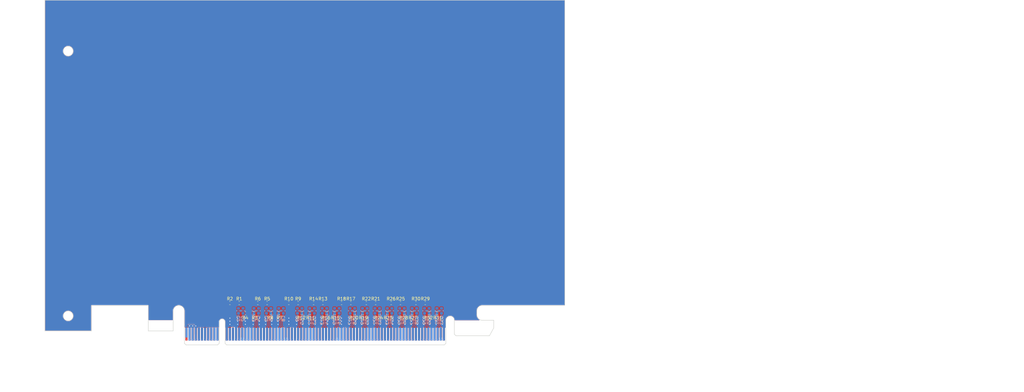
<source format=kicad_pcb>
(kicad_pcb (version 20171130) (host pcbnew 5.1.2-f72e74a~84~ubuntu16.04.1)
  (title_block (title PCIexpress_x16_full) (company "Author: Luca Anastasio"))
  (layers (0 F.Cu power) (1 In1.Cu power) (2 In2.Cu power) (31 B.Cu power) (34 B.Paste user) (35 F.Paste user) (36 B.SilkS user) (37 F.SilkS user) (38 B.Mask user) (39 F.Mask user) (44 Edge.Cuts user))
  (net 0 "")
  (net 1 GND)
  (net 2 "Net-(J2-PadA50)")
  (net 3 "Net-(J2-PadB82)")
  (net 4 "Net-(J2-PadA33)")
  (net 5 "Net-(J2-PadA32)")
  (net 6 "Net-(J2-PadA19)")
  (net 7 +12V)
  (net 8 +3V3)
  (net 9 +3.3VA)
  (net 10 "Net-(J2-PadB12)")
  (net 11 "Net-(J2-PadB30)")
  (net 12 /PER0_P)
  (net 13 /PER0_N)
  (net 14 /PER1_P)
  (net 15 /PER1_N)
  (net 16 /PER2_P)
  (net 17 /PER2_N)
  (net 18 /PER3_P)
  (net 19 /PER3_N)
  (net 20 /PER4_P)
  (net 21 /PER4_N)
  (net 22 /PER5_P)
  (net 23 /PER5_N)
  (net 24 /PER6_P)
  (net 25 /PER6_N)
  (net 26 /PER7_P)
  (net 27 /PER7_N)
  (net 28 /PER8_P)
  (net 29 /PER8_N)
  (net 30 /PER9_P)
  (net 31 /PER9_N)
  (net 32 /PER10_P)
  (net 33 /PER10_N)
  (net 34 /PER11_P)
  (net 35 /PER11_N)
  (net 36 /PER12_P)
  (net 37 /PER12_N)
  (net 38 /PER13_P)
  (net 39 /PER13_N)
  (net 40 /PER14_P)
  (net 41 /PER14_N)
  (net 42 /PER15_P)
  (net 43 /PER15_N)
  (net 44 /~PRSNT2x16)
  (net 45 /PET15_N)
  (net 46 /PET15_P)
  (net 47 /PET14_N)
  (net 48 /PET14_P)
  (net 49 /PET13_N)
  (net 50 /PET13_P)
  (net 51 /PET12_N)
  (net 52 /PET12_P)
  (net 53 /PET11_N)
  (net 54 /PET11_P)
  (net 55 /PET10_N)
  (net 56 /PET10_P)
  (net 57 /PET9_N)
  (net 58 /PET9_P)
  (net 59 /PET8_N)
  (net 60 /PET8_P)
  (net 61 /~PRSNT2x8)
  (net 62 /PET7_N)
  (net 63 /PET7_P)
  (net 64 /PET6_N)
  (net 65 /PET6_P)
  (net 66 /PET5_N)
  (net 67 /PET5_P)
  (net 68 /PET4_N)
  (net 69 /PET4_P)
  (net 70 /~PRSNT2x4)
  (net 71 /PET3_N)
  (net 72 /PET3_P)
  (net 73 /PET2_N)
  (net 74 /PET2_P)
  (net 75 /PET1_N)
  (net 76 /PET1_P)
  (net 77 /SMCLK)
  (net 78 /SMDAT)
  (net 79 /~TRST)
  (net 80 /~WAKE)
  (net 81 /PET0_P)
  (net 82 /PET0_N)
  (net 83 /~PRSNT2x1)
  (net 84 /~PRSNT1)
  (net 85 /TCK)
  (net 86 /TDI)
  (net 87 /TDO)
  (net 88 /TMS)
  (net 89 /~PERST)
  (net 90 /REFCLK-)
  (net 91 /REFCLK+)
  (net 92 /PCIexpress_connector/_PER0_P)
  (net 93 /PCIexpress_connector/_PER0_N)
  (net 94 /PCIexpress_connector/_PER1_P)
  (net 95 /PCIexpress_connector/_PER1_N)
  (net 96 /PCIexpress_connector/_PER2_P)
  (net 97 /PCIexpress_connector/_PER2_N)
  (net 98 /PCIexpress_connector/_PER3_P)
  (net 99 /PCIexpress_connector/_PER3_N)
  (net 100 /PCIexpress_connector/_PER4_P)
  (net 101 /PCIexpress_connector/_PER4_N)
  (net 102 /PCIexpress_connector/_PER5_P)
  (net 103 /PCIexpress_connector/_PER5_N)
  (net 104 /PCIexpress_connector/_PER6_P)
  (net 105 /PCIexpress_connector/_PER6_N)
  (net 106 /PCIexpress_connector/_PER7_P)
  (net 107 /PCIexpress_connector/_PER7_N)
  (net 108 /PCIexpress_connector/_PER8_P)
  (net 109 /PCIexpress_connector/_PER8_N)
  (net 110 /PCIexpress_connector/_PER9_P)
  (net 111 /PCIexpress_connector/_PER9_N)
  (net 112 /PCIexpress_connector/_PER10_P)
  (net 113 /PCIexpress_connector/_PER10_N)
  (net 114 /PCIexpress_connector/_PER11_P)
  (net 115 /PCIexpress_connector/_PER11_N)
  (net 116 /PCIexpress_connector/_PER12_P)
  (net 117 /PCIexpress_connector/_PER12_N)
  (net 118 /PCIexpress_connector/_PER13_P)
  (net 119 /PCIexpress_connector/_PER13_N)
  (net 120 /PCIexpress_connector/_PER14_P)
  (net 121 /PCIexpress_connector/_PER14_N)
  (net 122 /PCIexpress_connector/_PER15_P)
  (net 123 /PCIexpress_connector/_PER15_N)
  (module PCIexpress:PCIexpress_x16 (layer F.Cu) (at 109.625 194.125)
    (fp_text reference J2 hide)
    (fp_text value PCIexpress_x16)
    (pad A82 connect rect (at 83.5 -3.5) (size 0.7 4.2) (layers B.Cu) (net 1 GND))
    (pad A81 connect rect (at 82.5 -3.5) (size 0.7 4.2) (layers B.Cu) (net 123 /PCIexpress_connector/_PER15_N))
    (pad A80 connect rect (at 81.5 -3.5) (size 0.7 4.2) (layers B.Cu) (net 122 /PCIexpress_connector/_PER15_P))
    (pad A79 connect rect (at 80.5 -3.5) (size 0.7 4.2) (layers B.Cu) (net 1 GND))
    (pad A78 connect rect (at 79.5 -3.5) (size 0.7 4.2) (layers B.Cu) (net 1 GND))
    (pad A77 connect rect (at 78.5 -3.5) (size 0.7 4.2) (layers B.Cu) (net 121 /PCIexpress_connector/_PER14_N))
    (pad A76 connect rect (at 77.5 -3.5) (size 0.7 4.2) (layers B.Cu) (net 120 /PCIexpress_connector/_PER14_P))
    (pad A75 connect rect (at 76.5 -3.5) (size 0.7 4.2) (layers B.Cu) (net 1 GND))
    (pad A74 connect rect (at 75.5 -3.5) (size 0.7 4.2) (layers B.Cu) (net 1 GND))
    (pad A73 connect rect (at 74.5 -3.5) (size 0.7 4.2) (layers B.Cu) (net 119 /PCIexpress_connector/_PER13_N))
    (pad A72 connect rect (at 73.5 -3.5) (size 0.7 4.2) (layers B.Cu) (net 118 /PCIexpress_connector/_PER13_P))
    (pad A71 connect rect (at 72.5 -3.5) (size 0.7 4.2) (layers B.Cu) (net 1 GND))
    (pad A70 connect rect (at 71.5 -3.5) (size 0.7 4.2) (layers B.Cu) (net 1 GND))
    (pad A69 connect rect (at 70.5 -3.5) (size 0.7 4.2) (layers B.Cu) (net 117 /PCIexpress_connector/_PER12_N))
    (pad A68 connect rect (at 69.5 -3.5) (size 0.7 4.2) (layers B.Cu) (net 116 /PCIexpress_connector/_PER12_P))
    (pad A67 connect rect (at 68.5 -3.5) (size 0.7 4.2) (layers B.Cu) (net 1 GND))
    (pad A66 connect rect (at 67.5 -3.5) (size 0.7 4.2) (layers B.Cu) (net 1 GND))
    (pad A65 connect rect (at 66.5 -3.5) (size 0.7 4.2) (layers B.Cu) (net 115 /PCIexpress_connector/_PER11_N))
    (pad A64 connect rect (at 65.5 -3.5) (size 0.7 4.2) (layers B.Cu) (net 114 /PCIexpress_connector/_PER11_P))
    (pad A63 connect rect (at 64.5 -3.5) (size 0.7 4.2) (layers B.Cu) (net 1 GND))
    (pad A62 connect rect (at 63.5 -3.5) (size 0.7 4.2) (layers B.Cu) (net 1 GND))
    (pad A61 connect rect (at 62.5 -3.5) (size 0.7 4.2) (layers B.Cu) (net 113 /PCIexpress_connector/_PER10_N))
    (pad A60 connect rect (at 61.5 -3.5) (size 0.7 4.2) (layers B.Cu) (net 112 /PCIexpress_connector/_PER10_P))
    (pad A59 connect rect (at 60.5 -3.5) (size 0.7 4.2) (layers B.Cu) (net 1 GND))
    (pad A58 connect rect (at 59.5 -3.5) (size 0.7 4.2) (layers B.Cu) (net 1 GND))
    (pad A57 connect rect (at 58.5 -3.5) (size 0.7 4.2) (layers B.Cu) (net 111 /PCIexpress_connector/_PER9_N))
    (pad A56 connect rect (at 57.5 -3.5) (size 0.7 4.2) (layers B.Cu) (net 110 /PCIexpress_connector/_PER9_P))
    (pad A55 connect rect (at 56.5 -3.5) (size 0.7 4.2) (layers B.Cu) (net 1 GND))
    (pad A54 connect rect (at 55.5 -3.5) (size 0.7 4.2) (layers B.Cu) (net 1 GND))
    (pad A53 connect rect (at 54.5 -3.5) (size 0.7 4.2) (layers B.Cu) (net 109 /PCIexpress_connector/_PER8_N))
    (pad A52 connect rect (at 53.5 -3.5) (size 0.7 4.2) (layers B.Cu) (net 108 /PCIexpress_connector/_PER8_P))
    (pad A51 connect rect (at 52.5 -3.5) (size 0.7 4.2) (layers B.Cu) (net 1 GND))
    (pad A50 connect rect (at 51.5 -3.5) (size 0.7 4.2) (layers B.Cu) (net 2 "Net-(J2-PadA50)"))
    (pad B82 connect rect (at 83.5 -3.5) (size 0.7 4.2) (layers F.Cu) (net 3 "Net-(J2-PadB82)"))
    (pad B81 connect rect (at 82.5 -4) (size 0.7 3.2) (layers F.Cu) (net 44 /~PRSNT2x16))
    (pad B80 connect rect (at 81.5 -3.5) (size 0.7 4.2) (layers F.Cu) (net 1 GND))
    (pad B79 connect rect (at 80.5 -3.5) (size 0.7 4.2) (layers F.Cu) (net 45 /PET15_N))
    (pad B78 connect rect (at 79.5 -3.5) (size 0.7 4.2) (layers F.Cu) (net 46 /PET15_P))
    (pad B77 connect rect (at 78.5 -3.5) (size 0.7 4.2) (layers F.Cu) (net 1 GND))
    (pad B76 connect rect (at 77.5 -3.5) (size 0.7 4.2) (layers F.Cu) (net 1 GND))
    (pad B75 connect rect (at 76.5 -3.5) (size 0.7 4.2) (layers F.Cu) (net 47 /PET14_N))
    (pad B74 connect rect (at 75.5 -3.5) (size 0.7 4.2) (layers F.Cu) (net 48 /PET14_P))
    (pad B73 connect rect (at 74.5 -3.5) (size 0.7 4.2) (layers F.Cu) (net 1 GND))
    (pad B72 connect rect (at 73.5 -3.5) (size 0.7 4.2) (layers F.Cu) (net 1 GND))
    (pad B71 connect rect (at 72.5 -3.5) (size 0.7 4.2) (layers F.Cu) (net 49 /PET13_N))
    (pad B70 connect rect (at 71.5 -3.5) (size 0.7 4.2) (layers F.Cu) (net 50 /PET13_P))
    (pad B69 connect rect (at 70.5 -3.5) (size 0.7 4.2) (layers F.Cu) (net 1 GND))
    (pad B68 connect rect (at 69.5 -3.5) (size 0.7 4.2) (layers F.Cu) (net 1 GND))
    (pad B67 connect rect (at 68.5 -3.5) (size 0.7 4.2) (layers F.Cu) (net 51 /PET12_N))
    (pad B66 connect rect (at 67.5 -3.5) (size 0.7 4.2) (layers F.Cu) (net 52 /PET12_P))
    (pad B65 connect rect (at 66.5 -3.5) (size 0.7 4.2) (layers F.Cu) (net 1 GND))
    (pad B64 connect rect (at 65.5 -3.5) (size 0.7 4.2) (layers F.Cu) (net 1 GND))
    (pad B63 connect rect (at 64.5 -3.5) (size 0.7 4.2) (layers F.Cu) (net 53 /PET11_N))
    (pad B62 connect rect (at 63.5 -3.5) (size 0.7 4.2) (layers F.Cu) (net 54 /PET11_P))
    (pad B61 connect rect (at 62.5 -3.5) (size 0.7 4.2) (layers F.Cu) (net 1 GND))
    (pad B60 connect rect (at 61.5 -3.5) (size 0.7 4.2) (layers F.Cu) (net 1 GND))
    (pad B59 connect rect (at 60.5 -3.5) (size 0.7 4.2) (layers F.Cu) (net 55 /PET10_N))
    (pad B58 connect rect (at 59.5 -3.5) (size 0.7 4.2) (layers F.Cu) (net 56 /PET10_P))
    (pad B57 connect rect (at 58.5 -3.5) (size 0.7 4.2) (layers F.Cu) (net 1 GND))
    (pad B56 connect rect (at 57.5 -3.5) (size 0.7 4.2) (layers F.Cu) (net 1 GND))
    (pad B55 connect rect (at 56.5 -3.5) (size 0.7 4.2) (layers F.Cu) (net 57 /PET9_N))
    (pad B54 connect rect (at 55.5 -3.5) (size 0.7 4.2) (layers F.Cu) (net 58 /PET9_P))
    (pad B53 connect rect (at 54.5 -3.5) (size 0.7 4.2) (layers F.Cu) (net 1 GND))
    (pad B52 connect rect (at 53.5 -3.5) (size 0.7 4.2) (layers F.Cu) (net 1 GND))
    (pad B51 connect rect (at 52.5 -3.5) (size 0.7 4.2) (layers F.Cu) (net 59 /PET8_N))
    (pad B50 connect rect (at 51.5 -3.5) (size 0.7 4.2) (layers F.Cu) (net 60 /PET8_P))
    (pad B49 connect rect (at 50.5 -3.5) (size 0.7 4.2) (layers F.Cu) (net 1 GND))
    (pad B48 connect rect (at 49.5 -4) (size 0.7 3.2) (layers F.Cu) (net 61 /~PRSNT2x8))
    (pad B47 connect rect (at 48.5 -3.5) (size 0.7 4.2) (layers F.Cu) (net 1 GND))
    (pad B46 connect rect (at 47.5 -3.5) (size 0.7 4.2) (layers F.Cu) (net 62 /PET7_N))
    (pad B45 connect rect (at 46.5 -3.5) (size 0.7 4.2) (layers F.Cu) (net 63 /PET7_P))
    (pad B44 connect rect (at 45.5 -3.5) (size 0.7 4.2) (layers F.Cu) (net 1 GND))
    (pad B43 connect rect (at 44.5 -3.5) (size 0.7 4.2) (layers F.Cu) (net 1 GND))
    (pad B42 connect rect (at 43.5 -3.5) (size 0.7 4.2) (layers F.Cu) (net 64 /PET6_N))
    (pad B41 connect rect (at 42.5 -3.5) (size 0.7 4.2) (layers F.Cu) (net 65 /PET6_P))
    (pad B40 connect rect (at 41.5 -3.5) (size 0.7 4.2) (layers F.Cu) (net 1 GND))
    (pad B39 connect rect (at 40.5 -3.5) (size 0.7 4.2) (layers F.Cu) (net 1 GND))
    (pad B38 connect rect (at 39.5 -3.5) (size 0.7 4.2) (layers F.Cu) (net 66 /PET5_N))
    (pad B37 connect rect (at 38.5 -3.5) (size 0.7 4.2) (layers F.Cu) (net 67 /PET5_P))
    (pad B36 connect rect (at 37.5 -3.5) (size 0.7 4.2) (layers F.Cu) (net 1 GND))
    (pad B35 connect rect (at 36.5 -3.5) (size 0.7 4.2) (layers F.Cu) (net 1 GND))
    (pad B34 connect rect (at 35.5 -3.5) (size 0.7 4.2) (layers F.Cu) (net 68 /PET4_N))
    (pad B33 connect rect (at 34.5 -3.5) (size 0.7 4.2) (layers F.Cu) (net 69 /PET4_P))
    (pad A49 connect rect (at 50.5 -3.5) (size 0.7 4.2) (layers B.Cu) (net 1 GND))
    (pad A48 connect rect (at 49.5 -3.5) (size 0.7 4.2) (layers B.Cu) (net 107 /PCIexpress_connector/_PER7_N))
    (pad A47 connect rect (at 48.5 -3.5) (size 0.7 4.2) (layers B.Cu) (net 106 /PCIexpress_connector/_PER7_P))
    (pad A46 connect rect (at 47.5 -3.5) (size 0.7 4.2) (layers B.Cu) (net 1 GND))
    (pad A45 connect rect (at 46.5 -3.5) (size 0.7 4.2) (layers B.Cu) (net 1 GND))
    (pad A44 connect rect (at 45.5 -3.5) (size 0.7 4.2) (layers B.Cu) (net 105 /PCIexpress_connector/_PER6_N))
    (pad A43 connect rect (at 44.5 -3.5) (size 0.7 4.2) (layers B.Cu) (net 104 /PCIexpress_connector/_PER6_P))
    (pad A42 connect rect (at 43.5 -3.5) (size 0.7 4.2) (layers B.Cu) (net 1 GND))
    (pad A41 connect rect (at 42.5 -3.5) (size 0.7 4.2) (layers B.Cu) (net 1 GND))
    (pad A40 connect rect (at 41.5 -3.5) (size 0.7 4.2) (layers B.Cu) (net 103 /PCIexpress_connector/_PER5_N))
    (pad A39 connect rect (at 40.5 -3.5) (size 0.7 4.2) (layers B.Cu) (net 102 /PCIexpress_connector/_PER5_P))
    (pad A38 connect rect (at 39.5 -3.5) (size 0.7 4.2) (layers B.Cu) (net 1 GND))
    (pad A37 connect rect (at 38.5 -3.5) (size 0.7 4.2) (layers B.Cu) (net 1 GND))
    (pad A36 connect rect (at 37.5 -3.5) (size 0.7 4.2) (layers B.Cu) (net 101 /PCIexpress_connector/_PER4_N))
    (pad A35 connect rect (at 36.5 -3.5) (size 0.7 4.2) (layers B.Cu) (net 100 /PCIexpress_connector/_PER4_P))
    (pad A34 connect rect (at 35.5 -3.5) (size 0.7 4.2) (layers B.Cu) (net 1 GND))
    (pad A33 connect rect (at 34.5 -3.5) (size 0.7 4.2) (layers B.Cu) (net 4 "Net-(J2-PadA33)"))
    (pad A32 connect rect (at 33.5 -3.5) (size 0.7 4.2) (layers B.Cu) (net 5 "Net-(J2-PadA32)"))
    (pad A31 connect rect (at 32.5 -3.5) (size 0.7 4.2) (layers B.Cu) (net 1 GND))
    (pad A30 connect rect (at 31.5 -3.5) (size 0.7 4.2) (layers B.Cu) (net 99 /PCIexpress_connector/_PER3_N))
    (pad A29 connect rect (at 30.5 -3.5) (size 0.7 4.2) (layers B.Cu) (net 98 /PCIexpress_connector/_PER3_P))
    (pad A28 connect rect (at 29.5 -3.5) (size 0.7 4.2) (layers B.Cu) (net 1 GND))
    (pad A27 connect rect (at 28.5 -3.5) (size 0.7 4.2) (layers B.Cu) (net 1 GND))
    (pad A26 connect rect (at 27.5 -3.5) (size 0.7 4.2) (layers B.Cu) (net 97 /PCIexpress_connector/_PER2_N))
    (pad A25 connect rect (at 26.5 -3.5) (size 0.7 4.2) (layers B.Cu) (net 96 /PCIexpress_connector/_PER2_P))
    (pad A24 connect rect (at 25.5 -3.5) (size 0.7 4.2) (layers B.Cu) (net 1 GND))
    (pad A23 connect rect (at 24.5 -3.5) (size 0.7 4.2) (layers B.Cu) (net 1 GND))
    (pad A22 connect rect (at 23.5 -3.5) (size 0.7 4.2) (layers B.Cu) (net 95 /PCIexpress_connector/_PER1_N))
    (pad A21 connect rect (at 22.5 -3.5) (size 0.7 4.2) (layers B.Cu) (net 94 /PCIexpress_connector/_PER1_P))
    (pad A20 connect rect (at 21.5 -3.5) (size 0.7 4.2) (layers B.Cu) (net 1 GND))
    (pad B32 connect rect (at 33.5 -3.5) (size 0.7 4.2) (layers F.Cu) (net 1 GND))
    (pad B31 connect rect (at 32.5 -4) (size 0.7 3.2) (layers F.Cu) (net 70 /~PRSNT2x4))
    (pad B30 connect rect (at 31.5 -3.5) (size 0.7 4.2) (layers F.Cu) (net 11 "Net-(J2-PadB30)"))
    (pad B29 connect rect (at 30.5 -3.5) (size 0.7 4.2) (layers F.Cu) (net 1 GND))
    (pad B28 connect rect (at 29.5 -3.5) (size 0.7 4.2) (layers F.Cu) (net 71 /PET3_N))
    (pad B27 connect rect (at 28.5 -3.5) (size 0.7 4.2) (layers F.Cu) (net 72 /PET3_P))
    (pad B26 connect rect (at 27.5 -3.5) (size 0.7 4.2) (layers F.Cu) (net 1 GND))
    (pad B25 connect rect (at 26.5 -3.5) (size 0.7 4.2) (layers F.Cu) (net 1 GND))
    (pad B24 connect rect (at 25.5 -3.5) (size 0.7 4.2) (layers F.Cu) (net 73 /PET2_N))
    (pad B23 connect rect (at 24.5 -3.5) (size 0.7 4.2) (layers F.Cu) (net 74 /PET2_P))
    (pad B22 connect rect (at 23.5 -3.5) (size 0.7 4.2) (layers F.Cu) (net 1 GND))
    (pad B21 connect rect (at 22.5 -3.5) (size 0.7 4.2) (layers F.Cu) (net 1 GND))
    (pad B20 connect rect (at 21.5 -3.5) (size 0.7 4.2) (layers F.Cu) (net 75 /PET1_N))
    (pad A19 connect rect (at 20.5 -3.5) (size 0.7 4.2) (layers B.Cu) (net 6 "Net-(J2-PadA19)"))
    (pad B19 connect rect (at 20.5 -3.5) (size 0.7 4.2) (layers F.Cu) (net 76 /PET1_P))
    (pad B1 connect rect (at 0.5 -3.5) (size 0.7 4.2) (layers F.Cu) (net 7 +12V))
    (pad B2 connect rect (at 1.5 -3.5) (size 0.7 4.2) (layers F.Cu) (net 7 +12V))
    (pad B3 connect rect (at 2.5 -3.5) (size 0.7 4.2) (layers F.Cu) (net 7 +12V))
    (pad B4 connect rect (at 3.5 -3.5) (size 0.7 4.2) (layers F.Cu) (net 1 GND))
    (pad B5 connect rect (at 4.5 -3.5) (size 0.7 4.2) (layers F.Cu) (net 77 /SMCLK))
    (pad B6 connect rect (at 5.5 -3.5) (size 0.7 4.2) (layers F.Cu) (net 78 /SMDAT))
    (pad B7 connect rect (at 6.5 -3.5) (size 0.7 4.2) (layers F.Cu) (net 1 GND))
    (pad B8 connect rect (at 7.5 -3.5) (size 0.7 4.2) (layers F.Cu) (net 8 +3V3))
    (pad B9 connect rect (at 8.5 -3.5) (size 0.7 4.2) (layers F.Cu) (net 79 /~TRST))
    (pad B10 connect rect (at 9.5 -3.5) (size 0.7 4.2) (layers F.Cu) (net 9 +3.3VA))
    (pad B11 connect rect (at 10.5 -3.5) (size 0.7 4.2) (layers F.Cu) (net 80 /~WAKE))
    (pad B14 connect rect (at 15.5 -3.5) (size 0.7 4.2) (layers F.Cu) (net 81 /PET0_P))
    (pad B15 connect rect (at 16.5 -3.5) (size 0.7 4.2) (layers F.Cu) (net 82 /PET0_N))
    (pad B16 connect rect (at 17.5 -3.5) (size 0.7 4.2) (layers F.Cu) (net 1 GND))
    (pad B17 connect rect (at 18.5 -4) (size 0.7 3.2) (layers F.Cu) (net 83 /~PRSNT2x1))
    (pad B18 connect rect (at 19.5 -3.5) (size 0.7 4.2) (layers F.Cu) (net 1 GND))
    (pad B12 connect rect (at 13.5 -3.5) (size 0.7 4.2) (layers F.Cu) (net 10 "Net-(J2-PadB12)"))
    (pad B13 connect rect (at 14.5 -3.5) (size 0.7 4.2) (layers F.Cu) (net 1 GND))
    (pad A1 connect rect (at 0.5 -4) (size 0.7 3.2) (layers B.Cu) (net 84 /~PRSNT1))
    (pad A2 connect rect (at 1.5 -3.5) (size 0.7 4.2) (layers B.Cu) (net 7 +12V))
    (pad A3 connect rect (at 2.5 -3.5) (size 0.7 4.2) (layers B.Cu) (net 7 +12V))
    (pad A4 connect rect (at 3.5 -3.5) (size 0.7 4.2) (layers B.Cu) (net 1 GND))
    (pad A5 connect rect (at 4.5 -3.5) (size 0.7 4.2) (layers B.Cu) (net 85 /TCK))
    (pad A6 connect rect (at 5.5 -3.5) (size 0.7 4.2) (layers B.Cu) (net 86 /TDI))
    (pad A7 connect rect (at 6.5 -3.5) (size 0.7 4.2) (layers B.Cu) (net 87 /TDO))
    (pad A8 connect rect (at 7.5 -3.5) (size 0.7 4.2) (layers B.Cu) (net 88 /TMS))
    (pad A9 connect rect (at 8.5 -3.5) (size 0.7 4.2) (layers B.Cu) (net 8 +3V3))
    (pad A10 connect rect (at 9.5 -3.5) (size 0.7 4.2) (layers B.Cu) (net 8 +3V3))
    (pad A11 connect rect (at 10.5 -3.5) (size 0.7 4.2) (layers B.Cu) (net 89 /~PERST))
    (pad A14 connect rect (at 15.5 -3.5) (size 0.7 4.2) (layers B.Cu) (net 90 /REFCLK-))
    (pad A15 connect rect (at 16.5 -3.5) (size 0.7 4.2) (layers B.Cu) (net 1 GND))
    (pad A16 connect rect (at 17.5 -3.5) (size 0.7 4.2) (layers B.Cu) (net 92 /PCIexpress_connector/_PER0_P))
    (pad A17 connect rect (at 18.5 -3.5) (size 0.7 4.2) (layers B.Cu) (net 93 /PCIexpress_connector/_PER0_N))
    (pad A18 connect rect (at 19.5 -3.5) (size 0.7 4.2) (layers B.Cu) (net 1 GND))
    (pad A12 connect rect (at 13.5 -3.5) (size 0.7 4.2) (layers B.Cu) (net 1 GND))
    (pad A13 connect rect (at 14.5 -3.5) (size 0.7 4.2) (layers B.Cu) (net 91 /REFCLK+))
  )
  (module Resistor_SMD:R_0603_1608Metric (layer F.Cu) (at 188.125 183.875 180)
    (fp_text reference R32 (at 0 -1.5) (layer F.SilkS))
    (fp_text value 49.9)
    (pad 2 smd roundrect (at 0.7875 0 180) (size 0.875 0.95) (layers F.Cu F.Paste F.Mask) (net 1 GND))
    (pad 1 smd roundrect (at -0.7875 0 180) (size 0.875 0.95) (layers F.Cu F.Paste F.Mask) (net 46 /PET15_P))
  )
  (module Resistor_SMD:R_0603_1608Metric (layer F.Cu) (at 191.125 183.875)
    (fp_text reference R31 (at 0 1.5) (layer F.SilkS))
    (fp_text value 49.9)
    (pad 2 smd roundrect (at 0.7875 0) (size 0.875 0.95) (layers F.Cu F.Paste F.Mask) (net 1 GND))
    (pad 1 smd roundrect (at -0.7875 0) (size 0.875 0.95) (layers F.Cu F.Paste F.Mask) (net 45 /PET15_N))
  )
  (module Resistor_SMD:R_0603_1608Metric (layer F.Cu) (at 184.125 180.625 180)
    (fp_text reference R30 (at 0 1.375) (layer F.SilkS))
    (fp_text value 49.9)
    (pad 2 smd roundrect (at 0.7875 0 180) (size 0.875 0.95) (layers F.Cu F.Paste F.Mask) (net 1 GND))
    (pad 1 smd roundrect (at -0.7875 0 180) (size 0.875 0.95) (layers F.Cu F.Paste F.Mask) (net 48 /PET14_P))
  )
  (module Resistor_SMD:R_0603_1608Metric (layer F.Cu) (at 187.125 180.625)
    (fp_text reference R29 (at 0 -1.375) (layer F.SilkS))
    (fp_text value 49.9)
    (pad 2 smd roundrect (at 0.7875 0) (size 0.875 0.95) (layers F.Cu F.Paste F.Mask) (net 1 GND))
    (pad 1 smd roundrect (at -0.7875 0) (size 0.875 0.95) (layers F.Cu F.Paste F.Mask) (net 47 /PET14_N))
  )
  (module Resistor_SMD:R_0603_1608Metric (layer F.Cu) (at 180.125 183.875 180)
    (fp_text reference R28 (at 0 -1.5) (layer F.SilkS))
    (fp_text value 49.9)
    (pad 2 smd roundrect (at 0.7875 0 180) (size 0.875 0.95) (layers F.Cu F.Paste F.Mask) (net 1 GND))
    (pad 1 smd roundrect (at -0.7875 0 180) (size 0.875 0.95) (layers F.Cu F.Paste F.Mask) (net 50 /PET13_P))
  )
  (module Resistor_SMD:R_0603_1608Metric (layer F.Cu) (at 183.125 183.875)
    (fp_text reference R27 (at 0 1.5) (layer F.SilkS))
    (fp_text value 49.9)
    (pad 2 smd roundrect (at 0.7875 0) (size 0.875 0.95) (layers F.Cu F.Paste F.Mask) (net 1 GND))
    (pad 1 smd roundrect (at -0.7875 0) (size 0.875 0.95) (layers F.Cu F.Paste F.Mask) (net 49 /PET13_N))
  )
  (module Resistor_SMD:R_0603_1608Metric (layer F.Cu) (at 176.125 180.625 180)
    (fp_text reference R26 (at 0 1.375) (layer F.SilkS))
    (fp_text value 49.9)
    (pad 2 smd roundrect (at 0.7875 0 180) (size 0.875 0.95) (layers F.Cu F.Paste F.Mask) (net 1 GND))
    (pad 1 smd roundrect (at -0.7875 0 180) (size 0.875 0.95) (layers F.Cu F.Paste F.Mask) (net 52 /PET12_P))
  )
  (module Resistor_SMD:R_0603_1608Metric (layer F.Cu) (at 179.135 180.625)
    (fp_text reference R25 (at -0.01 -1.375) (layer F.SilkS))
    (fp_text value 49.9)
    (pad 2 smd roundrect (at 0.7875 0) (size 0.875 0.95) (layers F.Cu F.Paste F.Mask) (net 1 GND))
    (pad 1 smd roundrect (at -0.7875 0) (size 0.875 0.95) (layers F.Cu F.Paste F.Mask) (net 51 /PET12_N))
  )
  (module Resistor_SMD:R_0603_1608Metric (layer F.Cu) (at 172.125 183.875 180)
    (fp_text reference R24 (at 0 -1.5) (layer F.SilkS))
    (fp_text value 49.9)
    (pad 2 smd roundrect (at 0.7875 0 180) (size 0.875 0.95) (layers F.Cu F.Paste F.Mask) (net 1 GND))
    (pad 1 smd roundrect (at -0.7875 0 180) (size 0.875 0.95) (layers F.Cu F.Paste F.Mask) (net 54 /PET11_P))
  )
  (module Resistor_SMD:R_0603_1608Metric (layer F.Cu) (at 175.125 183.875)
    (fp_text reference R23 (at 0 1.5) (layer F.SilkS))
    (fp_text value 49.9)
    (pad 2 smd roundrect (at 0.7875 0) (size 0.875 0.95) (layers F.Cu F.Paste F.Mask) (net 1 GND))
    (pad 1 smd roundrect (at -0.7875 0) (size 0.875 0.95) (layers F.Cu F.Paste F.Mask) (net 53 /PET11_N))
  )
  (module Resistor_SMD:R_0603_1608Metric (layer F.Cu) (at 168.125 180.625 180)
    (fp_text reference R22 (at 0 1.375) (layer F.SilkS))
    (fp_text value 49.9)
    (pad 2 smd roundrect (at 0.7875 0 180) (size 0.875 0.95) (layers F.Cu F.Paste F.Mask) (net 1 GND))
    (pad 1 smd roundrect (at -0.7875 0 180) (size 0.875 0.95) (layers F.Cu F.Paste F.Mask) (net 56 /PET10_P))
  )
  (module Resistor_SMD:R_0603_1608Metric (layer F.Cu) (at 171.125 180.625)
    (fp_text reference R21 (at 0 -1.375) (layer F.SilkS))
    (fp_text value 49.9)
    (pad 2 smd roundrect (at 0.7875 0) (size 0.875 0.95) (layers F.Cu F.Paste F.Mask) (net 1 GND))
    (pad 1 smd roundrect (at -0.7875 0) (size 0.875 0.95) (layers F.Cu F.Paste F.Mask) (net 55 /PET10_N))
  )
  (module Resistor_SMD:R_0603_1608Metric (layer F.Cu) (at 164.125 183.875 180)
    (fp_text reference R20 (at 0 -1.5) (layer F.SilkS))
    (fp_text value 49.9)
    (pad 2 smd roundrect (at 0.7875 0 180) (size 0.875 0.95) (layers F.Cu F.Paste F.Mask) (net 1 GND))
    (pad 1 smd roundrect (at -0.7875 0 180) (size 0.875 0.95) (layers F.Cu F.Paste F.Mask) (net 58 /PET9_P))
  )
  (module Resistor_SMD:R_0603_1608Metric (layer F.Cu) (at 167.125 183.875)
    (fp_text reference R19 (at 0 1.5) (layer F.SilkS))
    (fp_text value 49.9)
    (pad 2 smd roundrect (at 0.7875 0) (size 0.875 0.95) (layers F.Cu F.Paste F.Mask) (net 1 GND))
    (pad 1 smd roundrect (at -0.7875 0) (size 0.875 0.95) (layers F.Cu F.Paste F.Mask) (net 57 /PET9_N))
  )
  (module Resistor_SMD:R_0603_1608Metric (layer F.Cu) (at 160.125 180.625 180)
    (fp_text reference R18 (at 0 1.375) (layer F.SilkS))
    (fp_text value 49.9)
    (pad 2 smd roundrect (at 0.7875 0 180) (size 0.875 0.95) (layers F.Cu F.Paste F.Mask) (net 1 GND))
    (pad 1 smd roundrect (at -0.7875 0 180) (size 0.875 0.95) (layers F.Cu F.Paste F.Mask) (net 60 /PET8_P))
  )
  (module Resistor_SMD:R_0603_1608Metric (layer F.Cu) (at 163.125 180.625)
    (fp_text reference R17 (at 0 -1.375) (layer F.SilkS))
    (fp_text value 49.9)
    (pad 2 smd roundrect (at 0.7875 0) (size 0.875 0.95) (layers F.Cu F.Paste F.Mask) (net 1 GND))
    (pad 1 smd roundrect (at -0.7875 0) (size 0.875 0.95) (layers F.Cu F.Paste F.Mask) (net 59 /PET8_N))
  )
  (module Resistor_SMD:R_0603_1608Metric (layer F.Cu) (at 155.125 183.875 180)
    (fp_text reference R16 (at 0 -1.5) (layer F.SilkS))
    (fp_text value 49.9)
    (pad 2 smd roundrect (at 0.7875 0 180) (size 0.875 0.95) (layers F.Cu F.Paste F.Mask) (net 1 GND))
    (pad 1 smd roundrect (at -0.7875 0 180) (size 0.875 0.95) (layers F.Cu F.Paste F.Mask) (net 63 /PET7_P))
  )
  (module Resistor_SMD:R_0603_1608Metric (layer F.Cu) (at 158.125 183.875)
    (fp_text reference R15 (at 0 1.5) (layer F.SilkS))
    (fp_text value 49.9)
    (pad 2 smd roundrect (at 0.7875 0) (size 0.875 0.95) (layers F.Cu F.Paste F.Mask) (net 1 GND))
    (pad 1 smd roundrect (at -0.7875 0) (size 0.875 0.95) (layers F.Cu F.Paste F.Mask) (net 62 /PET7_N))
  )
  (module Resistor_SMD:R_0603_1608Metric (layer F.Cu) (at 151.125 180.625 180)
    (fp_text reference R14 (at 0 1.375) (layer F.SilkS))
    (fp_text value 49.9)
    (pad 2 smd roundrect (at 0.7875 0 180) (size 0.875 0.95) (layers F.Cu F.Paste F.Mask) (net 1 GND))
    (pad 1 smd roundrect (at -0.7875 0 180) (size 0.875 0.95) (layers F.Cu F.Paste F.Mask) (net 65 /PET6_P))
  )
  (module Resistor_SMD:R_0603_1608Metric (layer F.Cu) (at 154.125 180.625)
    (fp_text reference R13 (at 0 -1.375) (layer F.SilkS))
    (fp_text value 49.9)
    (pad 2 smd roundrect (at 0.7875 0) (size 0.875 0.95) (layers F.Cu F.Paste F.Mask) (net 1 GND))
    (pad 1 smd roundrect (at -0.7875 0) (size 0.875 0.95) (layers F.Cu F.Paste F.Mask) (net 64 /PET6_N))
  )
  (module Resistor_SMD:R_0603_1608Metric (layer F.Cu) (at 147.125 183.875 180)
    (fp_text reference R12 (at 0 -1.5) (layer F.SilkS))
    (fp_text value 49.9)
    (pad 2 smd roundrect (at 0.7875 0 180) (size 0.875 0.95) (layers F.Cu F.Paste F.Mask) (net 1 GND))
    (pad 1 smd roundrect (at -0.7875 0 180) (size 0.875 0.95) (layers F.Cu F.Paste F.Mask) (net 67 /PET5_P))
  )
  (module Resistor_SMD:R_0603_1608Metric (layer F.Cu) (at 150.125 183.875)
    (fp_text reference R11 (at 0 1.5) (layer F.SilkS))
    (fp_text value 49.9)
    (pad 2 smd roundrect (at 0.7875 0) (size 0.875 0.95) (layers F.Cu F.Paste F.Mask) (net 1 GND))
    (pad 1 smd roundrect (at -0.7875 0) (size 0.875 0.95) (layers F.Cu F.Paste F.Mask) (net 66 /PET5_N))
  )
  (module Resistor_SMD:R_0603_1608Metric (layer F.Cu) (at 143.125 180.625 180)
    (fp_text reference R10 (at 0 1.375) (layer F.SilkS))
    (fp_text value 49.9)
    (pad 2 smd roundrect (at 0.7875 0 180) (size 0.875 0.95) (layers F.Cu F.Paste F.Mask) (net 1 GND))
    (pad 1 smd roundrect (at -0.7875 0 180) (size 0.875 0.95) (layers F.Cu F.Paste F.Mask) (net 69 /PET4_P))
  )
  (module Resistor_SMD:R_0603_1608Metric (layer F.Cu) (at 146.125 180.625)
    (fp_text reference R9 (at 0 -1.375) (layer F.SilkS))
    (fp_text value 49.9)
    (pad 2 smd roundrect (at 0.7875 0) (size 0.875 0.95) (layers F.Cu F.Paste F.Mask) (net 1 GND))
    (pad 1 smd roundrect (at -0.7875 0) (size 0.875 0.95) (layers F.Cu F.Paste F.Mask) (net 68 /PET4_N))
  )
  (module Resistor_SMD:R_0603_1608Metric (layer F.Cu) (at 137.125 183.875 180)
    (fp_text reference R8 (at 0 -1.5) (layer F.SilkS))
    (fp_text value 49.9)
    (pad 2 smd roundrect (at 0.7875 0 180) (size 0.875 0.95) (layers F.Cu F.Paste F.Mask) (net 1 GND))
    (pad 1 smd roundrect (at -0.7875 0 180) (size 0.875 0.95) (layers F.Cu F.Paste F.Mask) (net 72 /PET3_P))
  )
  (module Resistor_SMD:R_0603_1608Metric (layer F.Cu) (at 140.125 183.875)
    (fp_text reference R7 (at 0 1.5) (layer F.SilkS))
    (fp_text value 49.9)
    (pad 2 smd roundrect (at 0.7875 0) (size 0.875 0.95) (layers F.Cu F.Paste F.Mask) (net 1 GND))
    (pad 1 smd roundrect (at -0.7875 0) (size 0.875 0.95) (layers F.Cu F.Paste F.Mask) (net 71 /PET3_N))
  )
  (module Resistor_SMD:R_0603_1608Metric (layer F.Cu) (at 133.125 180.625 180)
    (fp_text reference R6 (at 0 1.375) (layer F.SilkS))
    (fp_text value 49.9)
    (pad 2 smd roundrect (at 0.7875 0 180) (size 0.875 0.95) (layers F.Cu F.Paste F.Mask) (net 1 GND))
    (pad 1 smd roundrect (at -0.7875 0 180) (size 0.875 0.95) (layers F.Cu F.Paste F.Mask) (net 74 /PET2_P))
  )
  (module Resistor_SMD:R_0603_1608Metric (layer F.Cu) (at 136.125 180.625)
    (fp_text reference R5 (at 0 -1.375) (layer F.SilkS))
    (fp_text value 49.9)
    (pad 2 smd roundrect (at 0.7875 0) (size 0.875 0.95) (layers F.Cu F.Paste F.Mask) (net 1 GND))
    (pad 1 smd roundrect (at -0.7875 0) (size 0.875 0.95) (layers F.Cu F.Paste F.Mask) (net 73 /PET2_N))
  )
  (module Resistor_SMD:R_0603_1608Metric (layer F.Cu) (at 129.125 183.875 180)
    (fp_text reference R4 (at 0 -1.5) (layer F.SilkS))
    (fp_text value 49.9)
    (pad 2 smd roundrect (at 0.7875 0 180) (size 0.875 0.95) (layers F.Cu F.Paste F.Mask) (net 1 GND))
    (pad 1 smd roundrect (at -0.7875 0 180) (size 0.875 0.95) (layers F.Cu F.Paste F.Mask) (net 76 /PET1_P))
  )
  (module Resistor_SMD:R_0603_1608Metric (layer F.Cu) (at 132.125 183.875)
    (fp_text reference R3 (at 0 1.5) (layer F.SilkS))
    (fp_text value 49.9)
    (pad 2 smd roundrect (at 0.7875 0) (size 0.875 0.95) (layers F.Cu F.Paste F.Mask) (net 1 GND))
    (pad 1 smd roundrect (at -0.7875 0) (size 0.875 0.95) (layers F.Cu F.Paste F.Mask) (net 75 /PET1_N))
  )
  (module Capacitor_SMD:C_0603_1608Metric (layer B.Cu) (at 192.375 183.125 90)
    (fp_text reference C32 (at -3 0 90) (layer B.SilkS) (effects (justify mirror)))
    (fp_text value 100n)
    (pad 2 smd roundrect (at 0.7875 0 90) (size 0.875 0.95) (layers B.Cu B.Paste B.Mask) (net 43 /PER15_N))
    (pad 1 smd roundrect (at -0.7875 0 90) (size 0.875 0.95) (layers B.Cu B.Paste B.Mask) (net 123 /PCIexpress_connector/_PER15_N))
  )
  (module Capacitor_SMD:C_0603_1608Metric (layer B.Cu) (at 190.875 183.125 270)
    (fp_text reference C31 (at 3 0 90) (layer B.SilkS) (effects (justify mirror)))
    (fp_text value 100n)
    (pad 2 smd roundrect (at 0.7875 0 270) (size 0.875 0.95) (layers B.Cu B.Paste B.Mask) (net 122 /PCIexpress_connector/_PER15_P))
    (pad 1 smd roundrect (at -0.7875 0 270) (size 0.875 0.95) (layers B.Cu B.Paste B.Mask) (net 42 /PER15_P))
  )
  (module Capacitor_SMD:C_0603_1608Metric (layer B.Cu) (at 188.375 183.125 90)
    (fp_text reference C30 (at -3 0 90) (layer B.SilkS) (effects (justify mirror)))
    (fp_text value 100n)
    (pad 2 smd roundrect (at 0.7875 0 90) (size 0.875 0.95) (layers B.Cu B.Paste B.Mask) (net 41 /PER14_N))
    (pad 1 smd roundrect (at -0.7875 0 90) (size 0.875 0.95) (layers B.Cu B.Paste B.Mask) (net 121 /PCIexpress_connector/_PER14_N))
  )
  (module Capacitor_SMD:C_0603_1608Metric (layer B.Cu) (at 186.875 183.125 270)
    (fp_text reference C29 (at 3 0 90) (layer B.SilkS) (effects (justify mirror)))
    (fp_text value 100n)
    (pad 2 smd roundrect (at 0.7875 0 270) (size 0.875 0.95) (layers B.Cu B.Paste B.Mask) (net 120 /PCIexpress_connector/_PER14_P))
    (pad 1 smd roundrect (at -0.7875 0 270) (size 0.875 0.95) (layers B.Cu B.Paste B.Mask) (net 40 /PER14_P))
  )
  (module Capacitor_SMD:C_0603_1608Metric (layer B.Cu) (at 184.375 183.125 90)
    (fp_text reference C28 (at -3 0 90) (layer B.SilkS) (effects (justify mirror)))
    (fp_text value 100n)
    (pad 2 smd roundrect (at 0.7875 0 90) (size 0.875 0.95) (layers B.Cu B.Paste B.Mask) (net 39 /PER13_N))
    (pad 1 smd roundrect (at -0.7875 0 90) (size 0.875 0.95) (layers B.Cu B.Paste B.Mask) (net 119 /PCIexpress_connector/_PER13_N))
  )
  (module Capacitor_SMD:C_0603_1608Metric (layer B.Cu) (at 182.875 183.125 270)
    (fp_text reference C27 (at 3 0 90) (layer B.SilkS) (effects (justify mirror)))
    (fp_text value 100n)
    (pad 2 smd roundrect (at 0.7875 0 270) (size 0.875 0.95) (layers B.Cu B.Paste B.Mask) (net 118 /PCIexpress_connector/_PER13_P))
    (pad 1 smd roundrect (at -0.7875 0 270) (size 0.875 0.95) (layers B.Cu B.Paste B.Mask) (net 38 /PER13_P))
  )
  (module Capacitor_SMD:C_0603_1608Metric (layer B.Cu) (at 180.375 183.125 90)
    (fp_text reference C26 (at -3 0 90) (layer B.SilkS) (effects (justify mirror)))
    (fp_text value 100n)
    (pad 2 smd roundrect (at 0.7875 0 90) (size 0.875 0.95) (layers B.Cu B.Paste B.Mask) (net 37 /PER12_N))
    (pad 1 smd roundrect (at -0.7875 0 90) (size 0.875 0.95) (layers B.Cu B.Paste B.Mask) (net 117 /PCIexpress_connector/_PER12_N))
  )
  (module Capacitor_SMD:C_0603_1608Metric (layer B.Cu) (at 178.875 183.125 270)
    (fp_text reference C25 (at 3 0 90) (layer B.SilkS) (effects (justify mirror)))
    (fp_text value 100n)
    (pad 2 smd roundrect (at 0.7875 0 270) (size 0.875 0.95) (layers B.Cu B.Paste B.Mask) (net 116 /PCIexpress_connector/_PER12_P))
    (pad 1 smd roundrect (at -0.7875 0 270) (size 0.875 0.95) (layers B.Cu B.Paste B.Mask) (net 36 /PER12_P))
  )
  (module Capacitor_SMD:C_0603_1608Metric (layer B.Cu) (at 176.375 183.125 90)
    (fp_text reference C24 (at -3 0 90) (layer B.SilkS) (effects (justify mirror)))
    (fp_text value 100n)
    (pad 2 smd roundrect (at 0.7875 0 90) (size 0.875 0.95) (layers B.Cu B.Paste B.Mask) (net 35 /PER11_N))
    (pad 1 smd roundrect (at -0.7875 0 90) (size 0.875 0.95) (layers B.Cu B.Paste B.Mask) (net 115 /PCIexpress_connector/_PER11_N))
  )
  (module Capacitor_SMD:C_0603_1608Metric (layer B.Cu) (at 174.875 183.125 270)
    (fp_text reference C23 (at 3 0 90) (layer B.SilkS) (effects (justify mirror)))
    (fp_text value 100n)
    (pad 2 smd roundrect (at 0.7875 0 270) (size 0.875 0.95) (layers B.Cu B.Paste B.Mask) (net 114 /PCIexpress_connector/_PER11_P))
    (pad 1 smd roundrect (at -0.7875 0 270) (size 0.875 0.95) (layers B.Cu B.Paste B.Mask) (net 34 /PER11_P))
  )
  (module Capacitor_SMD:C_0603_1608Metric (layer B.Cu) (at 172.375 183.125 90)
    (fp_text reference C22 (at -3 0 90) (layer B.SilkS) (effects (justify mirror)))
    (fp_text value 100n)
    (pad 2 smd roundrect (at 0.7875 0 90) (size 0.875 0.95) (layers B.Cu B.Paste B.Mask) (net 33 /PER10_N))
    (pad 1 smd roundrect (at -0.7875 0 90) (size 0.875 0.95) (layers B.Cu B.Paste B.Mask) (net 113 /PCIexpress_connector/_PER10_N))
  )
  (module Capacitor_SMD:C_0603_1608Metric (layer B.Cu) (at 170.875 183.125 270)
    (fp_text reference C21 (at 3 0 90) (layer B.SilkS) (effects (justify mirror)))
    (fp_text value 100n)
    (pad 2 smd roundrect (at 0.7875 0 270) (size 0.875 0.95) (layers B.Cu B.Paste B.Mask) (net 112 /PCIexpress_connector/_PER10_P))
    (pad 1 smd roundrect (at -0.7875 0 270) (size 0.875 0.95) (layers B.Cu B.Paste B.Mask) (net 32 /PER10_P))
  )
  (module Capacitor_SMD:C_0603_1608Metric (layer B.Cu) (at 168.375 183.125 90)
    (fp_text reference C20 (at -3 0 90) (layer B.SilkS) (effects (justify mirror)))
    (fp_text value 100n)
    (pad 2 smd roundrect (at 0.7875 0 90) (size 0.875 0.95) (layers B.Cu B.Paste B.Mask) (net 31 /PER9_N))
    (pad 1 smd roundrect (at -0.7875 0 90) (size 0.875 0.95) (layers B.Cu B.Paste B.Mask) (net 111 /PCIexpress_connector/_PER9_N))
  )
  (module Capacitor_SMD:C_0603_1608Metric (layer B.Cu) (at 166.875 183.125 270)
    (fp_text reference C19 (at 3 0 90) (layer B.SilkS) (effects (justify mirror)))
    (fp_text value 100n)
    (pad 2 smd roundrect (at 0.7875 0 270) (size 0.875 0.95) (layers B.Cu B.Paste B.Mask) (net 110 /PCIexpress_connector/_PER9_P))
    (pad 1 smd roundrect (at -0.7875 0 270) (size 0.875 0.95) (layers B.Cu B.Paste B.Mask) (net 30 /PER9_P))
  )
  (module Capacitor_SMD:C_0603_1608Metric (layer B.Cu) (at 164.375 183.125 90)
    (fp_text reference C18 (at -3 0 90) (layer B.SilkS) (effects (justify mirror)))
    (fp_text value 100n)
    (pad 2 smd roundrect (at 0.7875 0 90) (size 0.875 0.95) (layers B.Cu B.Paste B.Mask) (net 29 /PER8_N))
    (pad 1 smd roundrect (at -0.7875 0 90) (size 0.875 0.95) (layers B.Cu B.Paste B.Mask) (net 109 /PCIexpress_connector/_PER8_N))
  )
  (module Capacitor_SMD:C_0603_1608Metric (layer B.Cu) (at 162.875 183.125 270)
    (fp_text reference C17 (at 3 0 90) (layer B.SilkS) (effects (justify mirror)))
    (fp_text value 100n)
    (pad 2 smd roundrect (at 0.7875 0 270) (size 0.875 0.95) (layers B.Cu B.Paste B.Mask) (net 108 /PCIexpress_connector/_PER8_P))
    (pad 1 smd roundrect (at -0.7875 0 270) (size 0.875 0.95) (layers B.Cu B.Paste B.Mask) (net 28 /PER8_P))
  )
  (module Capacitor_SMD:C_0603_1608Metric (layer B.Cu) (at 159.375 183.125 90)
    (fp_text reference C16 (at -3 0 90) (layer B.SilkS) (effects (justify mirror)))
    (fp_text value 100n)
    (pad 2 smd roundrect (at 0.7875 0 90) (size 0.875 0.95) (layers B.Cu B.Paste B.Mask) (net 27 /PER7_N))
    (pad 1 smd roundrect (at -0.7875 0 90) (size 0.875 0.95) (layers B.Cu B.Paste B.Mask) (net 107 /PCIexpress_connector/_PER7_N))
  )
  (module Capacitor_SMD:C_0603_1608Metric (layer B.Cu) (at 157.875 183.125 270)
    (fp_text reference C15 (at 3 0 90) (layer B.SilkS) (effects (justify mirror)))
    (fp_text value 100n)
    (pad 2 smd roundrect (at 0.7875 0 270) (size 0.875 0.95) (layers B.Cu B.Paste B.Mask) (net 106 /PCIexpress_connector/_PER7_P))
    (pad 1 smd roundrect (at -0.7875 0 270) (size 0.875 0.95) (layers B.Cu B.Paste B.Mask) (net 26 /PER7_P))
  )
  (module Capacitor_SMD:C_0603_1608Metric (layer B.Cu) (at 155.375 183.125 90)
    (fp_text reference C14 (at -3 0 90) (layer B.SilkS) (effects (justify mirror)))
    (fp_text value 100n)
    (pad 2 smd roundrect (at 0.7875 0 90) (size 0.875 0.95) (layers B.Cu B.Paste B.Mask) (net 25 /PER6_N))
    (pad 1 smd roundrect (at -0.7875 0 90) (size 0.875 0.95) (layers B.Cu B.Paste B.Mask) (net 105 /PCIexpress_connector/_PER6_N))
  )
  (module Capacitor_SMD:C_0603_1608Metric (layer B.Cu) (at 153.875 183.125 270)
    (fp_text reference C13 (at 3 0 90) (layer B.SilkS) (effects (justify mirror)))
    (fp_text value 100n)
    (pad 2 smd roundrect (at 0.7875 0 270) (size 0.875 0.95) (layers B.Cu B.Paste B.Mask) (net 104 /PCIexpress_connector/_PER6_P))
    (pad 1 smd roundrect (at -0.7875 0 270) (size 0.875 0.95) (layers B.Cu B.Paste B.Mask) (net 24 /PER6_P))
  )
  (module Capacitor_SMD:C_0603_1608Metric (layer B.Cu) (at 151.375 183.125 90)
    (fp_text reference C12 (at -3 0 90) (layer B.SilkS) (effects (justify mirror)))
    (fp_text value 100n)
    (pad 2 smd roundrect (at 0.7875 0 90) (size 0.875 0.95) (layers B.Cu B.Paste B.Mask) (net 23 /PER5_N))
    (pad 1 smd roundrect (at -0.7875 0 90) (size 0.875 0.95) (layers B.Cu B.Paste B.Mask) (net 103 /PCIexpress_connector/_PER5_N))
  )
  (module Capacitor_SMD:C_0603_1608Metric (layer B.Cu) (at 149.875 183.125 270)
    (fp_text reference C11 (at 3 0 90) (layer B.SilkS) (effects (justify mirror)))
    (fp_text value 100n)
    (pad 2 smd roundrect (at 0.7875 0 270) (size 0.875 0.95) (layers B.Cu B.Paste B.Mask) (net 102 /PCIexpress_connector/_PER5_P))
    (pad 1 smd roundrect (at -0.7875 0 270) (size 0.875 0.95) (layers B.Cu B.Paste B.Mask) (net 22 /PER5_P))
  )
  (module Capacitor_SMD:C_0603_1608Metric (layer B.Cu) (at 147.375 183.125 90)
    (fp_text reference C10 (at -3 0 90) (layer B.SilkS) (effects (justify mirror)))
    (fp_text value 100n)
    (pad 2 smd roundrect (at 0.7875 0 90) (size 0.875 0.95) (layers B.Cu B.Paste B.Mask) (net 21 /PER4_N))
    (pad 1 smd roundrect (at -0.7875 0 90) (size 0.875 0.95) (layers B.Cu B.Paste B.Mask) (net 101 /PCIexpress_connector/_PER4_N))
  )
  (module Capacitor_SMD:C_0603_1608Metric (layer B.Cu) (at 145.875 183.125 270)
    (fp_text reference C9 (at 2.5 0 90) (layer B.SilkS) (effects (justify mirror)))
    (fp_text value 100n)
    (pad 2 smd roundrect (at 0.7875 0 270) (size 0.875 0.95) (layers B.Cu B.Paste B.Mask) (net 100 /PCIexpress_connector/_PER4_P))
    (pad 1 smd roundrect (at -0.7875 0 270) (size 0.875 0.95) (layers B.Cu B.Paste B.Mask) (net 20 /PER4_P))
  )
  (module Capacitor_SMD:C_0603_1608Metric (layer B.Cu) (at 141.375 183.125 90)
    (fp_text reference C8 (at -2.5 0 90) (layer B.SilkS) (effects (justify mirror)))
    (fp_text value 100n)
    (pad 2 smd roundrect (at 0.7875 0 90) (size 0.875 0.95) (layers B.Cu B.Paste B.Mask) (net 19 /PER3_N))
    (pad 1 smd roundrect (at -0.7875 0 90) (size 0.875 0.95) (layers B.Cu B.Paste B.Mask) (net 99 /PCIexpress_connector/_PER3_N))
  )
  (module Capacitor_SMD:C_0603_1608Metric (layer B.Cu) (at 139.875 183.125 270)
    (fp_text reference C7 (at 2.5 0 90) (layer B.SilkS) (effects (justify mirror)))
    (fp_text value 100n)
    (pad 2 smd roundrect (at 0.7875 0 270) (size 0.875 0.95) (layers B.Cu B.Paste B.Mask) (net 98 /PCIexpress_connector/_PER3_P))
    (pad 1 smd roundrect (at -0.7875 0 270) (size 0.875 0.95) (layers B.Cu B.Paste B.Mask) (net 18 /PER3_P))
  )
  (module Capacitor_SMD:C_0603_1608Metric (layer B.Cu) (at 137.375 183.125 90)
    (fp_text reference C6 (at -2.5 0 90) (layer B.SilkS) (effects (justify mirror)))
    (fp_text value 100n)
    (pad 2 smd roundrect (at 0.7875 0 90) (size 0.875 0.95) (layers B.Cu B.Paste B.Mask) (net 17 /PER2_N))
    (pad 1 smd roundrect (at -0.7875 0 90) (size 0.875 0.95) (layers B.Cu B.Paste B.Mask) (net 97 /PCIexpress_connector/_PER2_N))
  )
  (module Capacitor_SMD:C_0603_1608Metric (layer B.Cu) (at 135.875 183.125 270)
    (fp_text reference C5 (at 2.5 0 90) (layer B.SilkS) (effects (justify mirror)))
    (fp_text value 100n)
    (pad 2 smd roundrect (at 0.7875 0 270) (size 0.875 0.95) (layers B.Cu B.Paste B.Mask) (net 96 /PCIexpress_connector/_PER2_P))
    (pad 1 smd roundrect (at -0.7875 0 270) (size 0.875 0.95) (layers B.Cu B.Paste B.Mask) (net 16 /PER2_P))
  )
  (module Capacitor_SMD:C_0603_1608Metric (layer B.Cu) (at 133.375 183.125 90)
    (fp_text reference C4 (at -2.5 0 90) (layer B.SilkS) (effects (justify mirror)))
    (fp_text value 100n)
    (pad 2 smd roundrect (at 0.7875 0 90) (size 0.875 0.95) (layers B.Cu B.Paste B.Mask) (net 15 /PER1_N))
    (pad 1 smd roundrect (at -0.7875 0 90) (size 0.875 0.95) (layers B.Cu B.Paste B.Mask) (net 95 /PCIexpress_connector/_PER1_N))
  )
  (module Capacitor_SMD:C_0603_1608Metric (layer B.Cu) (at 131.875 183.125 270)
    (fp_text reference C3 (at 2.5 0 90) (layer B.SilkS) (effects (justify mirror)))
    (fp_text value 100n)
    (pad 2 smd roundrect (at 0.7875 0 270) (size 0.875 0.95) (layers B.Cu B.Paste B.Mask) (net 94 /PCIexpress_connector/_PER1_P))
    (pad 1 smd roundrect (at -0.7875 0 270) (size 0.875 0.95) (layers B.Cu B.Paste B.Mask) (net 14 /PER1_P))
  )
  (module Capacitor_SMD:C_0603_1608Metric (layer B.Cu) (at 128.375 183.125 90)
    (fp_text reference C2 (at -2.5 0 90) (layer B.SilkS) (effects (justify mirror)))
    (fp_text value 100n)
    (pad 2 smd roundrect (at 0.7875 0 90) (size 0.875 0.95) (layers B.Cu B.Paste B.Mask) (net 13 /PER0_N))
    (pad 1 smd roundrect (at -0.7875 0 90) (size 0.875 0.95) (layers B.Cu B.Paste B.Mask) (net 93 /PCIexpress_connector/_PER0_N))
  )
  (module Capacitor_SMD:C_0603_1608Metric (layer B.Cu) (at 126.875 183.125 270)
    (fp_text reference C1 (at 2.5 0 90) (layer B.SilkS) (effects (justify mirror)))
    (fp_text value 100n)
    (pad 2 smd roundrect (at 0.7875 0 270) (size 0.875 0.95) (layers B.Cu B.Paste B.Mask) (net 92 /PCIexpress_connector/_PER0_P))
    (pad 1 smd roundrect (at -0.7875 0 270) (size 0.875 0.95) (layers B.Cu B.Paste B.Mask) (net 12 /PER0_P))
  )
  (module Resistor_SMD:R_0603_1608Metric (layer F.Cu) (at 124.125 180.625 180)
    (fp_text reference R2 (at 0 1.375) (layer F.SilkS))
    (fp_text value 49.9)
    (pad 2 smd roundrect (at 0.7875 0 180) (size 0.875 0.95) (layers F.Cu F.Paste F.Mask) (net 1 GND))
    (pad 1 smd roundrect (at -0.7875 0 180) (size 0.875 0.95) (layers F.Cu F.Paste F.Mask) (net 81 /PET0_P))
  )
  (module Resistor_SMD:R_0603_1608Metric (layer F.Cu) (at 127.125 180.625)
    (fp_text reference R1 (at 0 -1.375) (layer F.SilkS))
    (fp_text value 49.9)
    (pad 2 smd roundrect (at 0.7875 0) (size 0.875 0.95) (layers F.Cu F.Paste F.Mask) (net 1 GND))
    (pad 1 smd roundrect (at -0.7875 0) (size 0.875 0.95) (layers F.Cu F.Paste F.Mask) (net 82 /PET0_N))
  )
  (module PCIexpress:PCIexpress_bracket_full (layer F.Cu) (at 109.625 194.125)
    (fp_text reference J1 hide)
    (fp_text value PCIexpress_bracket)
  )
  (gr_line (start 232.1277 181.375) (end 205.525 181.375) (layer Edge.Cuts) (width 0.15))
  (gr_line (start 232.125 82.975) (end 232.1277 181.375) (layer Edge.Cuts) (width 0.15))
  (gr_line (start 64.475 82.975) (end 232.125 82.975) (layer Edge.Cuts) (width 0.15))
  (gr_circle (center 71.975 99.375) (end 73.575 99.375) (layer Edge.Cuts) (width 0.15))
  (gr_circle (center 71.975 184.775) (end 73.575 184.775) (layer Edge.Cuts) (width 0.15))
  (gr_arc (start 205.525 183.125) (end 205.525 181.375) (angle -90) (layer Edge.Cuts) (width 0.15))
  (gr_arc (start 205.525 184.425) (end 203.775 184.425) (angle -90) (layer Edge.Cuts) (width 0.15))
  (gr_arc (start 195.15 186.175) (end 196.525 186.175) (angle -180) (layer Edge.Cuts) (width 0.15))
  (gr_arc (start 107.65 183.2) (end 109.475 183.2) (angle -180) (layer Edge.Cuts) (width 0.15))
  (gr_arc (start 121.625 186.675) (end 122.575 186.675) (angle -180) (layer Edge.Cuts) (width 0.15))
  (gr_line (start 109.475 183.2) (end 109.475 193.625) (layer Edge.Cuts) (width 0.15))
  (gr_line (start 105.825 189.625) (end 105.825 183.2) (layer Edge.Cuts) (width 0.15))
  (gr_line (start 97.825 189.625) (end 105.825 189.625) (layer Edge.Cuts) (width 0.15))
  (gr_line (start 97.825 181.375) (end 97.825 189.625) (layer Edge.Cuts) (width 0.15))
  (gr_line (start 79.475 181.375) (end 97.825 181.375) (layer Edge.Cuts) (width 0.15))
  (gr_line (start 79.475 189.625) (end 79.475 181.375) (layer Edge.Cuts) (width 0.15))
  (gr_line (start 64.475 189.625) (end 79.475 189.625) (layer Edge.Cuts) (width 0.15))
  (gr_line (start 64.475 82.975) (end 64.475 189.625) (layer Edge.Cuts) (width 0.15))
  (gr_line (start 203.775 184.425) (end 203.775 183.125) (layer Edge.Cuts) (width 0.15))
  (gr_line (start 209.225 186.175) (end 205.525 186.175) (layer Edge.Cuts) (width 0.15))
  (gr_line (start 209.225 188.625) (end 209.225 186.175) (layer Edge.Cuts) (width 0.15))
  (gr_line (start 207.825 191.175) (end 209.225 188.625) (layer Edge.Cuts) (width 0.15))
  (gr_line (start 197.025 191.175) (end 207.825 191.175) (layer Edge.Cuts) (width 0.15))
  (gr_line (start 196.525 190.675) (end 197.025 191.175) (layer Edge.Cuts) (width 0.15))
  (gr_line (start 196.525 186.175) (end 196.525 190.675) (layer Edge.Cuts) (width 0.15))
  (gr_line (start 193.775 193.625) (end 193.775 186.175) (layer Edge.Cuts) (width 0.15))
  (gr_line (start 193.275 194.125) (end 193.775 193.625) (layer Edge.Cuts) (width 0.15))
  (gr_line (start 123.075 194.125) (end 193.275 194.125) (layer Edge.Cuts) (width 0.15))
  (gr_line (start 122.575 193.625) (end 123.075 194.125) (layer Edge.Cuts) (width 0.15))
  (gr_line (start 122.575 186.675) (end 122.575 193.625) (layer Edge.Cuts) (width 0.15))
  (gr_line (start 120.675 193.625) (end 120.675 186.675) (layer Edge.Cuts) (width 0.15))
  (gr_line (start 120.175 194.125) (end 120.675 193.625) (layer Edge.Cuts) (width 0.15))
  (gr_line (start 109.975 194.125) (end 120.175 194.125) (layer Edge.Cuts) (width 0.15))
  (gr_line (start 109.475 193.625) (end 109.975 194.125) (layer Edge.Cuts) (width 0.15))
  (via (at 186.625 185.5) (size 0.55) (drill 0.3) (layers F.Cu B.Cu) (net 1))
  (via (at 188.625 185.5) (size 0.55) (drill 0.3) (layers F.Cu B.Cu) (net 1))
  (via (at 166.625 185.5) (size 0.55) (drill 0.3) (layers F.Cu B.Cu) (net 1))
  (via (at 124.125 185.5) (size 0.55) (drill 0.3) (layers F.Cu B.Cu) (net 1))
  (via (at 143.125 185.5) (size 0.55) (drill 0.3) (layers F.Cu B.Cu) (net 1))
  (via (at 162.625 185.5) (size 0.55) (drill 0.3) (layers F.Cu B.Cu) (net 1))
  (via (at 157.625 185.5) (size 0.55) (drill 0.3) (layers F.Cu B.Cu) (net 1))
  (via (at 135.625 185.5) (size 0.55) (drill 0.3) (layers F.Cu B.Cu) (net 1))
  (via (at 139.625 185.5) (size 0.55) (drill 0.3) (layers F.Cu B.Cu) (net 1))
  (via (at 178.625 185.5) (size 0.55) (drill 0.3) (layers F.Cu B.Cu) (net 1))
  (via (at 133.625 185.5) (size 0.55) (drill 0.3) (layers F.Cu B.Cu) (net 1))
  (via (at 129.125 185.5) (size 0.55) (drill 0.3) (layers F.Cu B.Cu) (net 1))
  (via (at 155.625 185.5) (size 0.55) (drill 0.3) (layers F.Cu B.Cu) (net 1))
  (via (at 149.625 185.5) (size 0.55) (drill 0.3) (layers F.Cu B.Cu) (net 1))
  (via (at 147.625 185.5) (size 0.55) (drill 0.3) (layers F.Cu B.Cu) (net 1))
  (via (at 180.625 185.5) (size 0.55) (drill 0.3) (layers F.Cu B.Cu) (net 1))
  (via (at 164.625 185.5) (size 0.55) (drill 0.3) (layers F.Cu B.Cu) (net 1))
  (via (at 145.625 185.5) (size 0.55) (drill 0.3) (layers F.Cu B.Cu) (net 1))
  (via (at 184.625 185.5) (size 0.55) (drill 0.3) (layers F.Cu B.Cu) (net 1))
  (via (at 182.625 185.5) (size 0.55) (drill 0.3) (layers F.Cu B.Cu) (net 1))
  (via (at 190.625 185.5) (size 0.55) (drill 0.3) (layers F.Cu B.Cu) (net 1))
  (via (at 192.625 185.5) (size 0.55) (drill 0.3) (layers F.Cu B.Cu) (net 1))
  (via (at 174.625 185.5) (size 0.55) (drill 0.3) (layers F.Cu B.Cu) (net 1))
  (via (at 160.125 185.5) (size 0.55) (drill 0.3) (layers F.Cu B.Cu) (net 1))
  (via (at 151.625 185.5) (size 0.55) (drill 0.3) (layers F.Cu B.Cu) (net 1))
  (via (at 153.625 185.5) (size 0.55) (drill 0.3) (layers F.Cu B.Cu) (net 1))
  (via (at 176.625 185.5) (size 0.55) (drill 0.3) (layers F.Cu B.Cu) (net 1))
  (via (at 170.625 185.5) (size 0.55) (drill 0.3) (layers F.Cu B.Cu) (net 1))
  (via (at 172.625 185.5) (size 0.55) (drill 0.3) (layers F.Cu B.Cu) (net 1))
  (via (at 126.625 185.5) (size 0.55) (drill 0.3) (layers F.Cu B.Cu) (net 1))
  (via (at 131.625 185.5) (size 0.55) (drill 0.3) (layers F.Cu B.Cu) (net 1))
  (via (at 137.625 185.5) (size 0.55) (drill 0.3) (layers F.Cu B.Cu) (net 1))
  (via (at 168.625 185.5) (size 0.55) (drill 0.3) (layers F.Cu B.Cu) (net 1))
  (via (at 186.625 186.5) (size 0.55) (drill 0.3) (layers F.Cu B.Cu) (net 1))
  (via (at 188.625 186.5) (size 0.55) (drill 0.3) (layers F.Cu B.Cu) (net 1))
  (via (at 166.625 186.5) (size 0.55) (drill 0.3) (layers F.Cu B.Cu) (net 1))
  (via (at 124.125 186.5) (size 0.55) (drill 0.3) (layers F.Cu B.Cu) (net 1))
  (via (at 143.125 186.5) (size 0.55) (drill 0.3) (layers F.Cu B.Cu) (net 1))
  (via (at 162.625 186.5) (size 0.55) (drill 0.3) (layers F.Cu B.Cu) (net 1))
  (via (at 157.625 186.5) (size 0.55) (drill 0.3) (layers F.Cu B.Cu) (net 1))
  (via (at 135.625 186.5) (size 0.55) (drill 0.3) (layers F.Cu B.Cu) (net 1))
  (via (at 139.625 186.5) (size 0.55) (drill 0.3) (layers F.Cu B.Cu) (net 1))
  (via (at 178.625 186.5) (size 0.55) (drill 0.3) (layers F.Cu B.Cu) (net 1))
  (via (at 133.625 186.5) (size 0.55) (drill 0.3) (layers F.Cu B.Cu) (net 1))
  (via (at 129.125 186.5) (size 0.55) (drill 0.3) (layers F.Cu B.Cu) (net 1))
  (via (at 155.625 186.5) (size 0.55) (drill 0.3) (layers F.Cu B.Cu) (net 1))
  (via (at 149.625 186.5) (size 0.55) (drill 0.3) (layers F.Cu B.Cu) (net 1))
  (via (at 147.625 186.5) (size 0.55) (drill 0.3) (layers F.Cu B.Cu) (net 1))
  (via (at 180.625 186.5) (size 0.55) (drill 0.3) (layers F.Cu B.Cu) (net 1))
  (via (at 164.625 186.5) (size 0.55) (drill 0.3) (layers F.Cu B.Cu) (net 1))
  (via (at 145.625 186.5) (size 0.55) (drill 0.3) (layers F.Cu B.Cu) (net 1))
  (via (at 184.625 186.5) (size 0.55) (drill 0.3) (layers F.Cu B.Cu) (net 1))
  (via (at 182.625 186.5) (size 0.55) (drill 0.3) (layers F.Cu B.Cu) (net 1))
  (via (at 190.625 186.5) (size 0.55) (drill 0.3) (layers F.Cu B.Cu) (net 1))
  (via (at 192.625 186.5) (size 0.55) (drill 0.3) (layers F.Cu B.Cu) (net 1))
  (via (at 174.625 186.5) (size 0.55) (drill 0.3) (layers F.Cu B.Cu) (net 1))
  (via (at 160.125 186.5) (size 0.55) (drill 0.3) (layers F.Cu B.Cu) (net 1))
  (via (at 151.625 186.5) (size 0.55) (drill 0.3) (layers F.Cu B.Cu) (net 1))
  (via (at 153.625 186.5) (size 0.55) (drill 0.3) (layers F.Cu B.Cu) (net 1))
  (via (at 176.625 186.5) (size 0.55) (drill 0.3) (layers F.Cu B.Cu) (net 1))
  (via (at 170.625 186.5) (size 0.55) (drill 0.3) (layers F.Cu B.Cu) (net 1))
  (via (at 172.625 186.5) (size 0.55) (drill 0.3) (layers F.Cu B.Cu) (net 1))
  (via (at 126.625 186.5) (size 0.55) (drill 0.3) (layers F.Cu B.Cu) (net 1))
  (via (at 131.625 186.5) (size 0.55) (drill 0.3) (layers F.Cu B.Cu) (net 1))
  (via (at 137.625 186.5) (size 0.55) (drill 0.3) (layers F.Cu B.Cu) (net 1))
  (via (at 168.625 186.5) (size 0.55) (drill 0.3) (layers F.Cu B.Cu) (net 1))
  (via (at 131.625 187.5) (size 0.55) (drill 0.3) (layers F.Cu B.Cu) (net 1))
  (via (at 133.625 187.5) (size 0.55) (drill 0.3) (layers F.Cu B.Cu) (net 1))
  (via (at 129.125 187.5) (size 0.55) (drill 0.3) (layers F.Cu B.Cu) (net 1))
  (via (at 126.625 187.5) (size 0.55) (drill 0.3) (layers F.Cu B.Cu) (net 1))
  (via (at 124.125 187.5) (size 0.55) (drill 0.3) (layers F.Cu B.Cu) (net 1))
  (via (at 135.625 187.5) (size 0.55) (drill 0.3) (layers F.Cu B.Cu) (net 1))
  (via (at 137.625 187.5) (size 0.55) (drill 0.3) (layers F.Cu B.Cu) (net 1))
  (via (at 139.625 187.5) (size 0.55) (drill 0.3) (layers F.Cu B.Cu) (net 1))
  (via (at 143.125 187.5) (size 0.55) (drill 0.3) (layers F.Cu B.Cu) (net 1))
  (via (at 145.625 187.5) (size 0.55) (drill 0.3) (layers F.Cu B.Cu) (net 1))
  (via (at 147.625 187.5) (size 0.55) (drill 0.3) (layers F.Cu B.Cu) (net 1))
  (via (at 149.625 187.5) (size 0.55) (drill 0.3) (layers F.Cu B.Cu) (net 1))
  (via (at 151.625 187.5) (size 0.55) (drill 0.3) (layers F.Cu B.Cu) (net 1))
  (via (at 153.625 187.5) (size 0.55) (drill 0.3) (layers F.Cu B.Cu) (net 1))
  (via (at 155.625 187.5) (size 0.55) (drill 0.3) (layers F.Cu B.Cu) (net 1))
  (via (at 157.625 187.5) (size 0.55) (drill 0.3) (layers F.Cu B.Cu) (net 1))
  (via (at 160.125 187.5) (size 0.55) (drill 0.3) (layers F.Cu B.Cu) (net 1))
  (via (at 162.625 187.5) (size 0.55) (drill 0.3) (layers F.Cu B.Cu) (net 1))
  (via (at 164.625 187.5) (size 0.55) (drill 0.3) (layers F.Cu B.Cu) (net 1))
  (via (at 166.625 187.5) (size 0.55) (drill 0.3) (layers F.Cu B.Cu) (net 1))
  (via (at 168.625 187.5) (size 0.55) (drill 0.3) (layers F.Cu B.Cu) (net 1))
  (via (at 170.625 187.5) (size 0.55) (drill 0.3) (layers F.Cu B.Cu) (net 1))
  (via (at 172.625 187.5) (size 0.55) (drill 0.3) (layers F.Cu B.Cu) (net 1))
  (via (at 174.625 187.5) (size 0.55) (drill 0.3) (layers F.Cu B.Cu) (net 1))
  (via (at 176.625 187.5) (size 0.55) (drill 0.3) (layers F.Cu B.Cu) (net 1))
  (via (at 178.625 187.5) (size 0.55) (drill 0.3) (layers F.Cu B.Cu) (net 1))
  (via (at 180.625 187.5) (size 0.55) (drill 0.3) (layers F.Cu B.Cu) (net 1))
  (via (at 182.625 187.5) (size 0.55) (drill 0.3) (layers F.Cu B.Cu) (net 1))
  (via (at 184.625 187.5) (size 0.55) (drill 0.3) (layers F.Cu B.Cu) (net 1))
  (via (at 186.625 187.5) (size 0.55) (drill 0.3) (layers F.Cu B.Cu) (net 1))
  (via (at 188.625 187.5) (size 0.55) (drill 0.3) (layers F.Cu B.Cu) (net 1))
  (via (at 190.625 187.5) (size 0.55) (drill 0.3) (layers F.Cu B.Cu) (net 1))
  (via (at 192.625 187.5) (size 0.55) (drill 0.3) (layers F.Cu B.Cu) (net 1))
  (segment (start 113.125 188.125) (end 113.125 188.125) (width 0.7) (layer F.Cu) (net 1))
  (segment (start 113.125 190.625) (end 113.125 188) (width 0.7) (layer F.Cu) (net 1))
  (via (at 113.125 188) (size 0.55) (drill 0.3) (layers F.Cu B.Cu) (net 1))
  (via (at 112.125 188) (size 0.55) (drill 0.3) (layers F.Cu B.Cu) (net 7))
  (via (at 111.125 188) (size 0.55) (drill 0.3) (layers F.Cu B.Cu) (net 7))
  (segment (start 111.125 190.625) (end 111.125 188) (width 0.0889) (layer F.Cu) (net 7))
  (segment (start 190.3375 184.5375) (end 190.3375 183.875) (width 0.2) (layer F.Cu) (net 45))
  (segment (start 190.125 188.375) (end 189.825 188.075) (width 0.2) (layer F.Cu) (net 45))
  (segment (start 189.825 188.075) (end 189.825 185.05) (width 0.2) (layer F.Cu) (net 45))
  (segment (start 190.125 190.625) (end 190.125 188.375) (width 0.2) (layer F.Cu) (net 45))
  (segment (start 189.825 185.05) (end 190.3375 184.5375) (width 0.2) (layer F.Cu) (net 45))
  (segment (start 189.425 185.05) (end 188.9125 184.5375) (width 0.2) (layer F.Cu) (net 46))
  (segment (start 189.125 188.375) (end 189.425 188.075) (width 0.2) (layer F.Cu) (net 46))
  (segment (start 189.125 190.625) (end 189.125 188.375) (width 0.2) (layer F.Cu) (net 46))
  (segment (start 188.9125 184.5375) (end 188.9125 183.875) (width 0.2) (layer F.Cu) (net 46))
  (segment (start 189.425 188.075) (end 189.425 185.05) (width 0.2) (layer F.Cu) (net 46))
  (segment (start 186.125 188.375) (end 186.125 190.625) (width 0.2) (layer F.Cu) (net 47))
  (segment (start 185.825 181.8) (end 185.825 188.075) (width 0.2) (layer F.Cu) (net 47))
  (segment (start 186.3375 181.2875) (end 185.825 181.8) (width 0.2) (layer F.Cu) (net 47))
  (segment (start 186.3375 180.625) (end 186.3375 181.2875) (width 0.2) (layer F.Cu) (net 47))
  (segment (start 185.825 188.075) (end 186.125 188.375) (width 0.2) (layer F.Cu) (net 47))
  (segment (start 185.125 188.375) (end 185.125 190.625) (width 0.2) (layer F.Cu) (net 48))
  (segment (start 185.425 188.075) (end 185.125 188.375) (width 0.2) (layer F.Cu) (net 48))
  (segment (start 184.9125 180.625) (end 184.9125 181.26875) (width 0.2) (layer F.Cu) (net 48))
  (segment (start 184.9125 181.26875) (end 185.425 181.78125) (width 0.2) (layer F.Cu) (net 48))
  (segment (start 185.425 181.78125) (end 185.425 188.075) (width 0.2) (layer F.Cu) (net 48))
  (segment (start 182.3375 184.5375) (end 182.3375 183.875) (width 0.2) (layer F.Cu) (net 49))
  (segment (start 182.125 188.375) (end 181.825 188.075) (width 0.2) (layer F.Cu) (net 49))
  (segment (start 181.825 188.075) (end 181.825 185.05) (width 0.2) (layer F.Cu) (net 49))
  (segment (start 182.125 190.625) (end 182.125 188.375) (width 0.2) (layer F.Cu) (net 49))
  (segment (start 181.825 185.05) (end 182.3375 184.5375) (width 0.2) (layer F.Cu) (net 49))
  (segment (start 181.425 185.05) (end 180.9125 184.5375) (width 0.2) (layer F.Cu) (net 50))
  (segment (start 181.125 188.375) (end 181.425 188.075) (width 0.2) (layer F.Cu) (net 50))
  (segment (start 181.125 190.625) (end 181.125 188.375) (width 0.2) (layer F.Cu) (net 50))
  (segment (start 180.9125 184.5375) (end 180.9125 183.875) (width 0.2) (layer F.Cu) (net 50))
  (segment (start 181.425 188.075) (end 181.425 185.05) (width 0.2) (layer F.Cu) (net 50))
  (segment (start 177.825 181.8) (end 177.825 188.075) (width 0.2) (layer F.Cu) (net 51))
  (segment (start 177.825 188.075) (end 178.125 188.375) (width 0.2) (layer F.Cu) (net 51))
  (segment (start 178.3375 181.2875) (end 177.825 181.8) (width 0.2) (layer F.Cu) (net 51))
  (segment (start 178.125 188.375) (end 178.125 190.625) (width 0.2) (layer F.Cu) (net 51))
  (segment (start 178.3375 180.625) (end 178.3375 181.2875) (width 0.2) (layer F.Cu) (net 51))
  (segment (start 177.125 188.375) (end 177.125 190.625) (width 0.2) (layer F.Cu) (net 52))
  (segment (start 177.425 188.075) (end 177.125 188.375) (width 0.2) (layer F.Cu) (net 52))
  (segment (start 176.9125 180.625) (end 176.9125 181.26875) (width 0.2) (layer F.Cu) (net 52))
  (segment (start 176.9125 181.26875) (end 177.425 181.78125) (width 0.2) (layer F.Cu) (net 52))
  (segment (start 177.425 181.78125) (end 177.425 188.075) (width 0.2) (layer F.Cu) (net 52))
  (segment (start 174.3375 184.5375) (end 174.3375 183.875) (width 0.2) (layer F.Cu) (net 53))
  (segment (start 174.125 188.375) (end 173.825 188.075) (width 0.2) (layer F.Cu) (net 53))
  (segment (start 173.825 188.075) (end 173.825 185.05) (width 0.2) (layer F.Cu) (net 53))
  (segment (start 174.125 190.625) (end 174.125 188.375) (width 0.2) (layer F.Cu) (net 53))
  (segment (start 173.825 185.05) (end 174.3375 184.5375) (width 0.2) (layer F.Cu) (net 53))
  (segment (start 173.425 185.05) (end 172.9125 184.5375) (width 0.2) (layer F.Cu) (net 54))
  (segment (start 173.125 188.375) (end 173.425 188.075) (width 0.2) (layer F.Cu) (net 54))
  (segment (start 173.125 190.625) (end 173.125 188.375) (width 0.2) (layer F.Cu) (net 54))
  (segment (start 172.9125 184.5375) (end 172.9125 183.875) (width 0.2) (layer F.Cu) (net 54))
  (segment (start 173.425 188.075) (end 173.425 185.05) (width 0.2) (layer F.Cu) (net 54))
  (segment (start 170.125 188.375) (end 170.125 190.625) (width 0.2) (layer F.Cu) (net 55))
  (segment (start 169.825 188.075) (end 170.125 188.375) (width 0.2) (layer F.Cu) (net 55))
  (segment (start 170.3375 181.2875) (end 169.825 181.8) (width 0.2) (layer F.Cu) (net 55))
  (segment (start 170.3375 180.625) (end 170.3375 181.2875) (width 0.2) (layer F.Cu) (net 55))
  (segment (start 169.825 181.8) (end 169.825 188.075) (width 0.2) (layer F.Cu) (net 55))
  (segment (start 169.125 188.375) (end 169.125 190.625) (width 0.2) (layer F.Cu) (net 56))
  (segment (start 169.425 188.075) (end 169.125 188.375) (width 0.2) (layer F.Cu) (net 56))
  (segment (start 168.9125 181.26875) (end 169.425 181.78125) (width 0.2) (layer F.Cu) (net 56))
  (segment (start 168.9125 180.625) (end 168.9125 181.26875) (width 0.2) (layer F.Cu) (net 56))
  (segment (start 169.425 181.78125) (end 169.425 188.075) (width 0.2) (layer F.Cu) (net 56))
  (segment (start 166.3375 184.5375) (end 166.3375 183.875) (width 0.2) (layer F.Cu) (net 57))
  (segment (start 166.125 188.375) (end 165.825 188.075) (width 0.2) (layer F.Cu) (net 57))
  (segment (start 165.825 188.075) (end 165.825 185.05) (width 0.2) (layer F.Cu) (net 57))
  (segment (start 166.125 190.625) (end 166.125 188.375) (width 0.2) (layer F.Cu) (net 57))
  (segment (start 165.825 185.05) (end 166.3375 184.5375) (width 0.2) (layer F.Cu) (net 57))
  (segment (start 165.425 185.05) (end 164.9125 184.5375) (width 0.2) (layer F.Cu) (net 58))
  (segment (start 165.125 188.375) (end 165.425 188.075) (width 0.2) (layer F.Cu) (net 58))
  (segment (start 165.125 190.625) (end 165.125 188.375) (width 0.2) (layer F.Cu) (net 58))
  (segment (start 164.9125 184.5375) (end 164.9125 183.875) (width 0.2) (layer F.Cu) (net 58))
  (segment (start 165.425 188.075) (end 165.425 185.05) (width 0.2) (layer F.Cu) (net 58))
  (segment (start 162.125 188.375) (end 162.125 190.625) (width 0.2) (layer F.Cu) (net 59))
  (segment (start 161.825 188.075) (end 162.125 188.375) (width 0.2) (layer F.Cu) (net 59))
  (segment (start 162.3375 180.625) (end 162.3375 181.2875) (width 0.2) (layer F.Cu) (net 59))
  (segment (start 162.3375 181.2875) (end 161.825 181.8) (width 0.2) (layer F.Cu) (net 59))
  (segment (start 161.825 181.8) (end 161.825 188.075) (width 0.2) (layer F.Cu) (net 59))
  (segment (start 161.125 188.375) (end 161.125 190.625) (width 0.2) (layer F.Cu) (net 60))
  (segment (start 161.425 188.075) (end 161.125 188.375) (width 0.2) (layer F.Cu) (net 60))
  (segment (start 160.9125 180.625) (end 160.9125 181.26875) (width 0.2) (layer F.Cu) (net 60))
  (segment (start 160.9125 181.26875) (end 161.425 181.78125) (width 0.2) (layer F.Cu) (net 60))
  (segment (start 161.425 181.78125) (end 161.425 188.075) (width 0.2) (layer F.Cu) (net 60))
  (segment (start 157.3375 184.5375) (end 157.3375 183.875) (width 0.2) (layer F.Cu) (net 62))
  (segment (start 157.125 188.375) (end 156.825 188.075) (width 0.2) (layer F.Cu) (net 62))
  (segment (start 156.825 188.075) (end 156.825 185.05) (width 0.2) (layer F.Cu) (net 62))
  (segment (start 157.125 190.625) (end 157.125 188.375) (width 0.2) (layer F.Cu) (net 62))
  (segment (start 156.825 185.05) (end 157.3375 184.5375) (width 0.2) (layer F.Cu) (net 62))
  (segment (start 156.425 185.05) (end 155.9125 184.5375) (width 0.2) (layer F.Cu) (net 63))
  (segment (start 156.125 188.375) (end 156.425 188.075) (width 0.2) (layer F.Cu) (net 63))
  (segment (start 156.125 190.625) (end 156.125 188.375) (width 0.2) (layer F.Cu) (net 63))
  (segment (start 155.9125 184.5375) (end 155.9125 183.875) (width 0.2) (layer F.Cu) (net 63))
  (segment (start 156.425 188.075) (end 156.425 185.05) (width 0.2) (layer F.Cu) (net 63))
  (segment (start 153.125 188.375) (end 153.125 190.625) (width 0.2) (layer F.Cu) (net 64))
  (segment (start 152.825 188.075) (end 153.125 188.375) (width 0.2) (layer F.Cu) (net 64))
  (segment (start 153.3375 181.2875) (end 152.825 181.8) (width 0.2) (layer F.Cu) (net 64))
  (segment (start 152.825 181.8) (end 152.825 188.075) (width 0.2) (layer F.Cu) (net 64))
  (segment (start 153.3375 180.625) (end 153.3375 181.2875) (width 0.2) (layer F.Cu) (net 64))
  (segment (start 152.125 188.375) (end 152.125 190.625) (width 0.2) (layer F.Cu) (net 65))
  (segment (start 152.425 188.075) (end 152.125 188.375) (width 0.2) (layer F.Cu) (net 65))
  (segment (start 151.9125 180.625) (end 151.9125 181.26875) (width 0.2) (layer F.Cu) (net 65))
  (segment (start 151.9125 181.26875) (end 152.425 181.78125) (width 0.2) (layer F.Cu) (net 65))
  (segment (start 152.425 181.78125) (end 152.425 188.075) (width 0.2) (layer F.Cu) (net 65))
  (segment (start 149.3375 184.5375) (end 149.3375 183.875) (width 0.2) (layer F.Cu) (net 66))
  (segment (start 149.125 188.375) (end 148.825 188.075) (width 0.2) (layer F.Cu) (net 66))
  (segment (start 148.825 188.075) (end 148.825 185.05) (width 0.2) (layer F.Cu) (net 66))
  (segment (start 149.125 190.625) (end 149.125 188.375) (width 0.2) (layer F.Cu) (net 66))
  (segment (start 148.825 185.05) (end 149.3375 184.5375) (width 0.2) (layer F.Cu) (net 66))
  (segment (start 148.425 185.05) (end 147.9125 184.5375) (width 0.2) (layer F.Cu) (net 67))
  (segment (start 148.125 188.375) (end 148.425 188.075) (width 0.2) (layer F.Cu) (net 67))
  (segment (start 148.125 190.625) (end 148.125 188.375) (width 0.2) (layer F.Cu) (net 67))
  (segment (start 147.9125 184.5375) (end 147.9125 183.875) (width 0.2) (layer F.Cu) (net 67))
  (segment (start 148.425 188.075) (end 148.425 185.05) (width 0.2) (layer F.Cu) (net 67))
  (segment (start 144.825 188.075) (end 145.125 188.375) (width 0.2) (layer F.Cu) (net 68))
  (segment (start 144.825 181.8) (end 144.825 188.075) (width 0.2) (layer F.Cu) (net 68))
  (segment (start 145.125 188.375) (end 145.125 190.625) (width 0.2) (layer F.Cu) (net 68))
  (segment (start 145.3375 181.2875) (end 144.825 181.8) (width 0.2) (layer F.Cu) (net 68))
  (segment (start 145.3375 180.625) (end 145.3375 181.2875) (width 0.2) (layer F.Cu) (net 68))
  (segment (start 144.425 188.075) (end 144.125 188.375) (width 0.2) (layer F.Cu) (net 69))
  (segment (start 143.9125 180.625) (end 143.9125 181.26875) (width 0.2) (layer F.Cu) (net 69))
  (segment (start 144.125 188.375) (end 144.125 190.625) (width 0.2) (layer F.Cu) (net 69))
  (segment (start 143.9125 181.26875) (end 144.425 181.78125) (width 0.2) (layer F.Cu) (net 69))
  (segment (start 144.425 181.78125) (end 144.425 188.075) (width 0.2) (layer F.Cu) (net 69))
  (segment (start 139.3375 184.5375) (end 139.3375 183.875) (width 0.2) (layer F.Cu) (net 71))
  (segment (start 139.125 188.375) (end 138.825 188.075) (width 0.2) (layer F.Cu) (net 71))
  (segment (start 138.825 188.075) (end 138.825 185.05) (width 0.2) (layer F.Cu) (net 71))
  (segment (start 139.125 190.625) (end 139.125 188.375) (width 0.2) (layer F.Cu) (net 71))
  (segment (start 138.825 185.05) (end 139.3375 184.5375) (width 0.2) (layer F.Cu) (net 71))
  (segment (start 138.425 185.05) (end 137.9125 184.5375) (width 0.2) (layer F.Cu) (net 72))
  (segment (start 138.125 188.375) (end 138.425 188.075) (width 0.2) (layer F.Cu) (net 72))
  (segment (start 138.125 190.625) (end 138.125 188.375) (width 0.2) (layer F.Cu) (net 72))
  (segment (start 137.9125 184.5375) (end 137.9125 183.875) (width 0.2) (layer F.Cu) (net 72))
  (segment (start 138.425 188.075) (end 138.425 185.05) (width 0.2) (layer F.Cu) (net 72))
  (segment (start 135.3375 180.625) (end 135.3375 181.2875) (width 0.2) (layer F.Cu) (net 73))
  (segment (start 134.825 181.8) (end 134.825 188.075) (width 0.2) (layer F.Cu) (net 73))
  (segment (start 135.125 188.375) (end 135.125 190.625) (width 0.2) (layer F.Cu) (net 73))
  (segment (start 135.3375 181.2875) (end 134.825 181.8) (width 0.2) (layer F.Cu) (net 73))
  (segment (start 134.825 188.075) (end 135.125 188.375) (width 0.2) (layer F.Cu) (net 73))
  (segment (start 134.125 188.375) (end 134.125 190.625) (width 0.2) (layer F.Cu) (net 74))
  (segment (start 134.425 188.075) (end 134.125 188.375) (width 0.2) (layer F.Cu) (net 74))
  (segment (start 134.425 181.78125) (end 134.425 188.075) (width 0.2) (layer F.Cu) (net 74))
  (segment (start 133.9125 180.625) (end 133.9125 181.26875) (width 0.2) (layer F.Cu) (net 74))
  (segment (start 133.9125 181.26875) (end 134.425 181.78125) (width 0.2) (layer F.Cu) (net 74))
  (segment (start 131.3375 184.5375) (end 131.3375 183.875) (width 0.2) (layer F.Cu) (net 75))
  (segment (start 131.125 190.625) (end 131.125 188.375) (width 0.2) (layer F.Cu) (net 75))
  (segment (start 131.125 188.375) (end 130.825 188.075) (width 0.2) (layer F.Cu) (net 75))
  (segment (start 130.825 188.075) (end 130.825 185.05) (width 0.2) (layer F.Cu) (net 75))
  (segment (start 130.825 185.05) (end 131.3375 184.5375) (width 0.2) (layer F.Cu) (net 75))
  (segment (start 129.9125 184.5375) (end 129.9125 183.875) (width 0.2) (layer F.Cu) (net 76))
  (segment (start 130.125 190.625) (end 130.125 188.375) (width 0.2) (layer F.Cu) (net 76))
  (segment (start 130.125 188.375) (end 130.425 188.075) (width 0.2) (layer F.Cu) (net 76))
  (segment (start 130.425 188.075) (end 130.425 185.05) (width 0.2) (layer F.Cu) (net 76))
  (segment (start 130.425 185.05) (end 129.9125 184.5375) (width 0.2) (layer F.Cu) (net 76))
  (segment (start 124.9125 181.26875) (end 124.9125 180.625) (width 0.2) (layer F.Cu) (net 81))
  (segment (start 125.425 181.78125) (end 124.9125 181.26875) (width 0.2) (layer F.Cu) (net 81))
  (segment (start 125.125 190.625) (end 125.125 188.375) (width 0.2) (layer F.Cu) (net 81))
  (segment (start 125.125 188.375) (end 125.425 188.075) (width 0.2) (layer F.Cu) (net 81))
  (segment (start 125.425 188.075) (end 125.425 181.78125) (width 0.2) (layer F.Cu) (net 81))
  (segment (start 126.3375 181.2875) (end 126.3375 180.625) (width 0.2) (layer F.Cu) (net 82))
  (segment (start 125.825 181.8) (end 126.3375 181.2875) (width 0.2) (layer F.Cu) (net 82))
  (segment (start 125.825 188.075) (end 125.825 181.8) (width 0.2) (layer F.Cu) (net 82))
  (segment (start 126.125 190.625) (end 126.125 188.375) (width 0.2) (layer F.Cu) (net 82))
  (segment (start 126.125 188.375) (end 125.825 188.075) (width 0.2) (layer F.Cu) (net 82))
  (segment (start 126.875 183.9125) (end 126.875 184.5) (width 0.2) (layer B.Cu) (net 92))
  (segment (start 127.125 188.375) (end 127.125 190.625) (width 0.2) (layer B.Cu) (net 92))
  (segment (start 126.875 184.5) (end 127.425 185.05) (width 0.2) (layer B.Cu) (net 92))
  (segment (start 127.425 185.05) (end 127.425 188.075) (width 0.2) (layer B.Cu) (net 92))
  (segment (start 127.425 188.075) (end 127.125 188.375) (width 0.2) (layer B.Cu) (net 92))
  (segment (start 127.825 188.075) (end 128.125 188.375) (width 0.2) (layer B.Cu) (net 93))
  (segment (start 128.375 183.9125) (end 128.375 184.5) (width 0.2) (layer B.Cu) (net 93))
  (segment (start 128.375 184.5) (end 127.825 185.05) (width 0.2) (layer B.Cu) (net 93))
  (segment (start 127.825 185.05) (end 127.825 188.075) (width 0.2) (layer B.Cu) (net 93))
  (segment (start 128.125 188.375) (end 128.125 190.625) (width 0.2) (layer B.Cu) (net 93))
  (segment (start 132.425 188.075) (end 132.125 188.375) (width 0.2) (layer B.Cu) (net 94))
  (segment (start 132.425 185.05) (end 132.425 188.075) (width 0.2) (layer B.Cu) (net 94))
  (segment (start 131.875 184.5) (end 132.425 185.05) (width 0.2) (layer B.Cu) (net 94))
  (segment (start 132.125 188.375) (end 132.125 190.625) (width 0.2) (layer B.Cu) (net 94))
  (segment (start 131.875 183.9125) (end 131.875 184.5) (width 0.2) (layer B.Cu) (net 94))
  (segment (start 133.125 188.375) (end 133.125 190.625) (width 0.2) (layer B.Cu) (net 95))
  (segment (start 132.825 185.05) (end 132.825 188.075) (width 0.2) (layer B.Cu) (net 95))
  (segment (start 133.375 184.5) (end 132.825 185.05) (width 0.2) (layer B.Cu) (net 95))
  (segment (start 133.375 183.9125) (end 133.375 184.5) (width 0.2) (layer B.Cu) (net 95))
  (segment (start 132.825 188.075) (end 133.125 188.375) (width 0.2) (layer B.Cu) (net 95))
  (segment (start 136.425 188.075) (end 136.125 188.375) (width 0.2) (layer B.Cu) (net 96))
  (segment (start 136.425 185.05) (end 136.425 188.075) (width 0.2) (layer B.Cu) (net 96))
  (segment (start 135.875 184.5) (end 136.425 185.05) (width 0.2) (layer B.Cu) (net 96))
  (segment (start 136.125 188.375) (end 136.125 190.625) (width 0.2) (layer B.Cu) (net 96))
  (segment (start 135.875 183.9125) (end 135.875 184.5) (width 0.2) (layer B.Cu) (net 96))
  (segment (start 137.125 188.375) (end 137.125 190.625) (width 0.2) (layer B.Cu) (net 97))
  (segment (start 136.825 185.05) (end 136.825 188.075) (width 0.2) (layer B.Cu) (net 97))
  (segment (start 137.375 184.5) (end 136.825 185.05) (width 0.2) (layer B.Cu) (net 97))
  (segment (start 137.375 183.9125) (end 137.375 184.5) (width 0.2) (layer B.Cu) (net 97))
  (segment (start 136.825 188.075) (end 137.125 188.375) (width 0.2) (layer B.Cu) (net 97))
  (segment (start 140.425 188.075) (end 140.125 188.375) (width 0.2) (layer B.Cu) (net 98))
  (segment (start 140.425 185.05) (end 140.425 188.075) (width 0.2) (layer B.Cu) (net 98))
  (segment (start 139.875 184.5) (end 140.425 185.05) (width 0.2) (layer B.Cu) (net 98))
  (segment (start 140.125 188.375) (end 140.125 190.625) (width 0.2) (layer B.Cu) (net 98))
  (segment (start 139.875 183.9125) (end 139.875 184.5) (width 0.2) (layer B.Cu) (net 98))
  (segment (start 141.125 188.375) (end 141.125 190.625) (width 0.2) (layer B.Cu) (net 99))
  (segment (start 140.825 185.05) (end 140.825 188.075) (width 0.2) (layer B.Cu) (net 99))
  (segment (start 141.375 184.5) (end 140.825 185.05) (width 0.2) (layer B.Cu) (net 99))
  (segment (start 141.375 183.9125) (end 141.375 184.5) (width 0.2) (layer B.Cu) (net 99))
  (segment (start 140.825 188.075) (end 141.125 188.375) (width 0.2) (layer B.Cu) (net 99))
  (segment (start 146.425 188.075) (end 146.125 188.375) (width 0.2) (layer B.Cu) (net 100))
  (segment (start 146.425 185.05) (end 146.425 188.075) (width 0.2) (layer B.Cu) (net 100))
  (segment (start 145.875 184.5) (end 146.425 185.05) (width 0.2) (layer B.Cu) (net 100))
  (segment (start 146.125 188.375) (end 146.125 190.625) (width 0.2) (layer B.Cu) (net 100))
  (segment (start 145.875 183.9125) (end 145.875 184.5) (width 0.2) (layer B.Cu) (net 100))
  (segment (start 147.125 188.375) (end 147.125 190.625) (width 0.2) (layer B.Cu) (net 101))
  (segment (start 146.825 185.05) (end 146.825 188.075) (width 0.2) (layer B.Cu) (net 101))
  (segment (start 147.375 184.5) (end 146.825 185.05) (width 0.2) (layer B.Cu) (net 101))
  (segment (start 147.375 183.9125) (end 147.375 184.5) (width 0.2) (layer B.Cu) (net 101))
  (segment (start 146.825 188.075) (end 147.125 188.375) (width 0.2) (layer B.Cu) (net 101))
  (segment (start 150.425 188.075) (end 150.125 188.375) (width 0.2) (layer B.Cu) (net 102))
  (segment (start 150.425 185.05) (end 150.425 188.075) (width 0.2) (layer B.Cu) (net 102))
  (segment (start 149.875 184.5) (end 150.425 185.05) (width 0.2) (layer B.Cu) (net 102))
  (segment (start 150.125 188.375) (end 150.125 190.625) (width 0.2) (layer B.Cu) (net 102))
  (segment (start 149.875 183.9125) (end 149.875 184.5) (width 0.2) (layer B.Cu) (net 102))
  (segment (start 151.125 188.375) (end 151.125 190.625) (width 0.2) (layer B.Cu) (net 103))
  (segment (start 150.825 185.05) (end 150.825 188.075) (width 0.2) (layer B.Cu) (net 103))
  (segment (start 151.375 184.5) (end 150.825 185.05) (width 0.2) (layer B.Cu) (net 103))
  (segment (start 151.375 183.9125) (end 151.375 184.5) (width 0.2) (layer B.Cu) (net 103))
  (segment (start 150.825 188.075) (end 151.125 188.375) (width 0.2) (layer B.Cu) (net 103))
  (segment (start 154.425 188.075) (end 154.125 188.375) (width 0.2) (layer B.Cu) (net 104))
  (segment (start 154.425 185.05) (end 154.425 188.075) (width 0.2) (layer B.Cu) (net 104))
  (segment (start 153.875 184.5) (end 154.425 185.05) (width 0.2) (layer B.Cu) (net 104))
  (segment (start 154.125 188.375) (end 154.125 190.625) (width 0.2) (layer B.Cu) (net 104))
  (segment (start 153.875 183.9125) (end 153.875 184.5) (width 0.2) (layer B.Cu) (net 104))
  (segment (start 155.125 188.375) (end 155.125 190.625) (width 0.2) (layer B.Cu) (net 105))
  (segment (start 154.825 185.05) (end 154.825 188.075) (width 0.2) (layer B.Cu) (net 105))
  (segment (start 155.375 184.5) (end 154.825 185.05) (width 0.2) (layer B.Cu) (net 105))
  (segment (start 155.375 183.9125) (end 155.375 184.5) (width 0.2) (layer B.Cu) (net 105))
  (segment (start 154.825 188.075) (end 155.125 188.375) (width 0.2) (layer B.Cu) (net 105))
  (segment (start 158.425 188.075) (end 158.125 188.375) (width 0.2) (layer B.Cu) (net 106))
  (segment (start 158.425 185.05) (end 158.425 188.075) (width 0.2) (layer B.Cu) (net 106))
  (segment (start 157.875 184.5) (end 158.425 185.05) (width 0.2) (layer B.Cu) (net 106))
  (segment (start 158.125 188.375) (end 158.125 190.625) (width 0.2) (layer B.Cu) (net 106))
  (segment (start 157.875 183.9125) (end 157.875 184.5) (width 0.2) (layer B.Cu) (net 106))
  (segment (start 159.125 188.375) (end 159.125 190.625) (width 0.2) (layer B.Cu) (net 107))
  (segment (start 158.825 185.05) (end 158.825 188.075) (width 0.2) (layer B.Cu) (net 107))
  (segment (start 159.375 184.5) (end 158.825 185.05) (width 0.2) (layer B.Cu) (net 107))
  (segment (start 159.375 183.9125) (end 159.375 184.5) (width 0.2) (layer B.Cu) (net 107))
  (segment (start 158.825 188.075) (end 159.125 188.375) (width 0.2) (layer B.Cu) (net 107))
  (segment (start 163.425 188.075) (end 163.125 188.375) (width 0.2) (layer B.Cu) (net 108))
  (segment (start 163.425 185.05) (end 163.425 188.075) (width 0.2) (layer B.Cu) (net 108))
  (segment (start 162.875 184.5) (end 163.425 185.05) (width 0.2) (layer B.Cu) (net 108))
  (segment (start 163.125 188.375) (end 163.125 190.625) (width 0.2) (layer B.Cu) (net 108))
  (segment (start 162.875 183.9125) (end 162.875 184.5) (width 0.2) (layer B.Cu) (net 108))
  (segment (start 164.125 188.375) (end 164.125 190.625) (width 0.2) (layer B.Cu) (net 109))
  (segment (start 163.825 185.05) (end 163.825 188.075) (width 0.2) (layer B.Cu) (net 109))
  (segment (start 164.375 184.5) (end 163.825 185.05) (width 0.2) (layer B.Cu) (net 109))
  (segment (start 164.375 183.9125) (end 164.375 184.5) (width 0.2) (layer B.Cu) (net 109))
  (segment (start 163.825 188.075) (end 164.125 188.375) (width 0.2) (layer B.Cu) (net 109))
  (segment (start 167.425 188.075) (end 167.125 188.375) (width 0.2) (layer B.Cu) (net 110))
  (segment (start 167.425 185.05) (end 167.425 188.075) (width 0.2) (layer B.Cu) (net 110))
  (segment (start 166.875 184.5) (end 167.425 185.05) (width 0.2) (layer B.Cu) (net 110))
  (segment (start 167.125 188.375) (end 167.125 190.625) (width 0.2) (layer B.Cu) (net 110))
  (segment (start 166.875 183.9125) (end 166.875 184.5) (width 0.2) (layer B.Cu) (net 110))
  (segment (start 168.125 188.375) (end 168.125 190.625) (width 0.2) (layer B.Cu) (net 111))
  (segment (start 167.825 185.05) (end 167.825 188.075) (width 0.2) (layer B.Cu) (net 111))
  (segment (start 168.375 184.5) (end 167.825 185.05) (width 0.2) (layer B.Cu) (net 111))
  (segment (start 168.375 183.9125) (end 168.375 184.5) (width 0.2) (layer B.Cu) (net 111))
  (segment (start 167.825 188.075) (end 168.125 188.375) (width 0.2) (layer B.Cu) (net 111))
  (segment (start 171.425 188.075) (end 171.125 188.375) (width 0.2) (layer B.Cu) (net 112))
  (segment (start 171.425 185.05) (end 171.425 188.075) (width 0.2) (layer B.Cu) (net 112))
  (segment (start 170.875 184.5) (end 171.425 185.05) (width 0.2) (layer B.Cu) (net 112))
  (segment (start 171.125 188.375) (end 171.125 190.625) (width 0.2) (layer B.Cu) (net 112))
  (segment (start 170.875 183.9125) (end 170.875 184.5) (width 0.2) (layer B.Cu) (net 112))
  (segment (start 172.125 188.375) (end 172.125 190.625) (width 0.2) (layer B.Cu) (net 113))
  (segment (start 171.825 185.05) (end 171.825 188.075) (width 0.2) (layer B.Cu) (net 113))
  (segment (start 172.375 184.5) (end 171.825 185.05) (width 0.2) (layer B.Cu) (net 113))
  (segment (start 172.375 183.9125) (end 172.375 184.5) (width 0.2) (layer B.Cu) (net 113))
  (segment (start 171.825 188.075) (end 172.125 188.375) (width 0.2) (layer B.Cu) (net 113))
  (segment (start 175.425 188.075) (end 175.125 188.375) (width 0.2) (layer B.Cu) (net 114))
  (segment (start 175.425 185.05) (end 175.425 188.075) (width 0.2) (layer B.Cu) (net 114))
  (segment (start 174.875 184.5) (end 175.425 185.05) (width 0.2) (layer B.Cu) (net 114))
  (segment (start 175.125 188.375) (end 175.125 190.625) (width 0.2) (layer B.Cu) (net 114))
  (segment (start 174.875 183.9125) (end 174.875 184.5) (width 0.2) (layer B.Cu) (net 114))
  (segment (start 176.125 188.375) (end 176.125 190.625) (width 0.2) (layer B.Cu) (net 115))
  (segment (start 175.825 185.05) (end 175.825 188.075) (width 0.2) (layer B.Cu) (net 115))
  (segment (start 176.375 184.5) (end 175.825 185.05) (width 0.2) (layer B.Cu) (net 115))
  (segment (start 176.375 183.9125) (end 176.375 184.5) (width 0.2) (layer B.Cu) (net 115))
  (segment (start 175.825 188.075) (end 176.125 188.375) (width 0.2) (layer B.Cu) (net 115))
  (segment (start 179.425 188.075) (end 179.125 188.375) (width 0.2) (layer B.Cu) (net 116))
  (segment (start 179.425 185.05) (end 179.425 188.075) (width 0.2) (layer B.Cu) (net 116))
  (segment (start 178.875 184.5) (end 179.425 185.05) (width 0.2) (layer B.Cu) (net 116))
  (segment (start 179.125 188.375) (end 179.125 190.625) (width 0.2) (layer B.Cu) (net 116))
  (segment (start 178.875 183.9125) (end 178.875 184.5) (width 0.2) (layer B.Cu) (net 116))
  (segment (start 180.125 188.375) (end 180.125 190.625) (width 0.2) (layer B.Cu) (net 117))
  (segment (start 179.825 185.05) (end 179.825 188.075) (width 0.2) (layer B.Cu) (net 117))
  (segment (start 180.375 184.5) (end 179.825 185.05) (width 0.2) (layer B.Cu) (net 117))
  (segment (start 180.375 183.9125) (end 180.375 184.5) (width 0.2) (layer B.Cu) (net 117))
  (segment (start 179.825 188.075) (end 180.125 188.375) (width 0.2) (layer B.Cu) (net 117))
  (segment (start 183.425 188.075) (end 183.125 188.375) (width 0.2) (layer B.Cu) (net 118))
  (segment (start 183.425 185.05) (end 183.425 188.075) (width 0.2) (layer B.Cu) (net 118))
  (segment (start 182.875 184.5) (end 183.425 185.05) (width 0.2) (layer B.Cu) (net 118))
  (segment (start 183.125 188.375) (end 183.125 190.625) (width 0.2) (layer B.Cu) (net 118))
  (segment (start 182.875 183.9125) (end 182.875 184.5) (width 0.2) (layer B.Cu) (net 118))
  (segment (start 184.125 188.375) (end 184.125 190.625) (width 0.2) (layer B.Cu) (net 119))
  (segment (start 183.825 185.05) (end 183.825 188.075) (width 0.2) (layer B.Cu) (net 119))
  (segment (start 184.375 184.5) (end 183.825 185.05) (width 0.2) (layer B.Cu) (net 119))
  (segment (start 184.375 183.9125) (end 184.375 184.5) (width 0.2) (layer B.Cu) (net 119))
  (segment (start 183.825 188.075) (end 184.125 188.375) (width 0.2) (layer B.Cu) (net 119))
  (segment (start 187.425 188.075) (end 187.125 188.375) (width 0.2) (layer B.Cu) (net 120))
  (segment (start 187.425 185.05) (end 187.425 188.075) (width 0.2) (layer B.Cu) (net 120))
  (segment (start 186.875 184.5) (end 187.425 185.05) (width 0.2) (layer B.Cu) (net 120))
  (segment (start 187.125 188.375) (end 187.125 190.625) (width 0.2) (layer B.Cu) (net 120))
  (segment (start 186.875 183.9125) (end 186.875 184.5) (width 0.2) (layer B.Cu) (net 120))
  (segment (start 188.125 188.375) (end 188.125 190.625) (width 0.2) (layer B.Cu) (net 121))
  (segment (start 187.825 185.05) (end 187.825 188.075) (width 0.2) (layer B.Cu) (net 121))
  (segment (start 188.375 184.5) (end 187.825 185.05) (width 0.2) (layer B.Cu) (net 121))
  (segment (start 188.375 183.9125) (end 188.375 184.5) (width 0.2) (layer B.Cu) (net 121))
  (segment (start 187.825 188.075) (end 188.125 188.375) (width 0.2) (layer B.Cu) (net 121))
  (segment (start 191.425 188.075) (end 191.125 188.375) (width 0.2) (layer B.Cu) (net 122))
  (segment (start 191.425 185.05) (end 191.425 188.075) (width 0.2) (layer B.Cu) (net 122))
  (segment (start 190.875 184.5) (end 191.425 185.05) (width 0.2) (layer B.Cu) (net 122))
  (segment (start 191.125 188.375) (end 191.125 190.625) (width 0.2) (layer B.Cu) (net 122))
  (segment (start 190.875 183.9125) (end 190.875 184.5) (width 0.2) (layer B.Cu) (net 122))
  (segment (start 192.125 188.375) (end 192.125 190.625) (width 0.2) (layer B.Cu) (net 123))
  (segment (start 191.825 185.05) (end 191.825 188.075) (width 0.2) (layer B.Cu) (net 123))
  (segment (start 192.375 184.5) (end 191.825 185.05) (width 0.2) (layer B.Cu) (net 123))
  (segment (start 192.375 183.9125) (end 192.375 184.5) (width 0.2) (layer B.Cu) (net 123))
  (segment (start 191.825 188.075) (end 192.125 188.375) (width 0.2) (layer B.Cu) (net 123))
  (zone (net 7) (net_name +12V) (layer B.Cu) (priority 2) (connect_pads thru_hole_only (clearance 0)) (min_thickness 0.25) (fill yes (arc_segments 32) (thermal_gap 0.508) (thermal_bridge_width 0.508))
    (polygon (pts (xy 112.625 188.526) (xy 110.625 188.526) (xy 110.625 187.5) (xy 112.625 187.5)))
  )
  (zone (net 7) (net_name +12V) (layer F.Cu) (priority 2) (connect_pads thru_hole_only (clearance 0)) (min_thickness 0.25) (fill yes (arc_segments 32) (thermal_gap 0.508) (thermal_bridge_width 0.508))
    (polygon (pts (xy 112.625 188.526) (xy 109.375 188.526) (xy 109.375 187.5) (xy 112.625 187.5)))
  )
  (zone (net 0) (net_name "") (layers F.Cu In1.Cu In2.Cu B.Cu) (connect_pads (clearance 0)) (min_thickness 0.254)
    (keepout (tracks not_allowed) (vias not_allowed) (copperpour not_allowed))
    (fill (arc_segments 32) (thermal_gap 0.508) (thermal_bridge_width 0.508))
    (polygon (pts (xy 97.825 186.125) (xy 105.825 186.125) (xy 105.825 189.625) (xy 97.825 189.625)))
  )
  (zone (net 0) (net_name "") (layers F.Cu In1.Cu In2.Cu B.Cu) (connect_pads (clearance 0)) (min_thickness 0.254)
    (keepout (tracks not_allowed) (vias not_allowed) (copperpour not_allowed))
    (fill (arc_segments 32) (thermal_gap 0.508) (thermal_bridge_width 0.508))
    (polygon (pts (xy 196.525 186.175) (xy 209.225 186.175) (xy 209.225 188.625) (xy 207.825 191.175) (xy 197.025 191.175) (xy 196.525 190.675)))
  )
  (zone (net 1) (net_name GND) (layer F.Cu) (connect_pads thru_hole_only (clearance 0)) (min_thickness 0.25) (fill yes (arc_segments 32) (thermal_gap 0.508) (thermal_bridge_width 0.508))
    (polygon (pts (xy 64.5 83) (xy 232.125 83) (xy 232.125 181.375) (xy 205.5 181.375) (xy 205.5 186.25) (xy 193.75 186.25) (xy 193.75 188.625) (xy 109.375 188.625) (xy 109.375 183.25) (xy 105.875 183.25) (xy 105.875 186.125) (xy 97.75 186.125) (xy 97.75 181.375) (xy 79.5 181.375) (xy 79.5 189.625) (xy 64.5 189.625)))
  )
  (zone (net 1) (net_name GND) (layer B.Cu) (connect_pads thru_hole_only (clearance 0)) (min_thickness 0.25) (fill yes (arc_segments 32) (thermal_gap 0.508) (thermal_bridge_width 0.508))
    (polygon (pts (xy 64.5 83) (xy 232.125 83) (xy 232.125 181.375) (xy 205.5 181.375) (xy 205.5 186.25) (xy 193.75 186.25) (xy 193.75 188.625) (xy 109.375 188.625) (xy 109.375 183.25) (xy 105.875 183.25) (xy 105.875 186.125) (xy 97.75 186.125) (xy 97.75 181.375) (xy 79.5 181.375) (xy 79.5 189.625) (xy 64.5 189.625)))
  )
)
</source>
